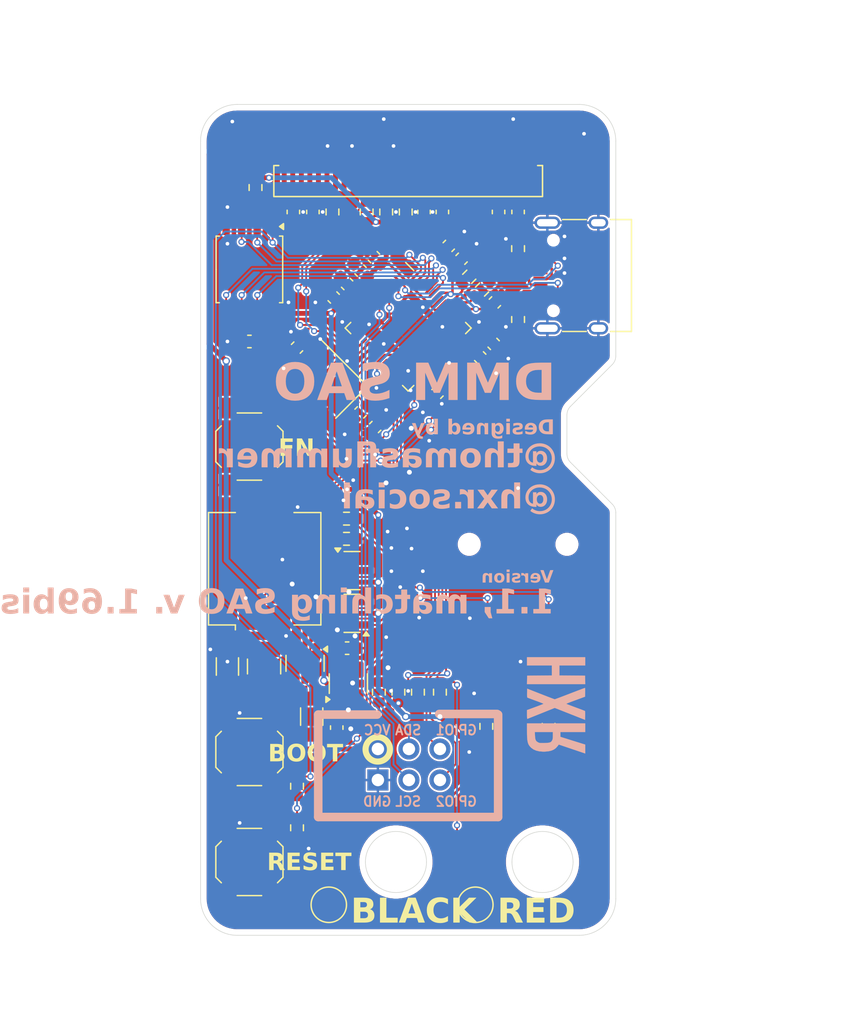
<source format=kicad_pcb>
(kicad_pcb (version 20241030) (generator "pcbnew") (generator_version "8.99")
  (title_block (title "DMM SAO") (date "2024-11-19") (rev "1.1") (company "HXR.DK") (comment 1 "CC-BY-SA"))
  (layers (0 "F.Cu" signal) (2 "B.Cu" signal) (13 "F.Paste" user) (15 "B.Paste" user) (5 "F.SilkS" user "F.Silkscreen") (7 "B.SilkS" user "B.Silkscreen") (1 "F.Mask" user) (3 "B.Mask" user) (25 "Edge.Cuts" user))
  (net 0 "")
  (net 1 "Net-(OLEDM1-CAP2N)")
  (net 2 "Net-(OLEDM1-CAP2P)")
  (net 3 "Net-(OLEDM1-CAP1N)")
  (net 4 "Net-(OLEDM1-CAP1P)")
  (net 5 "VCC")
  (net 6 "Net-(OLEDM1-BS0)")
  (net 7 "Net-(OLEDM1-VCC)")
  (net 8 "GND")
  (net 9 "Net-(OLEDM1-RES#)")
  (net 10 "Net-(OLEDM1-VCOMH)")
  (net 11 "USB_BUS_POWER")
  (net 12 "SAO_VIN")
  (net 13 "/PSU/VREG_OUT")
  (net 14 "/PSU/BOOST_OUT")
  (net 15 "+1V1")
  (net 16 "Net-(U4-XIN)")
  (net 17 "Net-(U4-XOUT)")
  (net 18 "/RP2040/USB_D-")
  (net 19 "Net-(J3-CC2)")
  (net 20 "Net-(J3-CC1)")
  (net 21 "/RP2040/SBU1")
  (net 22 "/RP2040/SBU2")
  (net 23 "/RP2040/USB_D+")
  (net 24 "Net-(U2-LX)")
  (net 25 "I2C1_SDA")
  (net 26 "Net-(OLEDM1-IREF)")
  (net 28 "I2C1_SCL")
  (net 31 "Net-(Q2-G)")
  (net 32 "/DMM Measure/MEASURE_RES")
  (net 33 "/DMM Measure/MEASURE_VIN")
  (net 34 "/RP2040/~{BOOT}")
  (net 35 "/RP2040/QSPI-~{CS}")
  (net 36 "/RP2040/D-")
  (net 37 "/RP2040/D+")
  (net 38 "/RP2040/~{RESET}")
  (net 39 "BTN_FN")
  (net 40 "ENC_A")
  (net 41 "ENC_B")
  (net 43 "/RP2040/QSPI-2")
  (net 44 "/RP2040/QSPI-3")
  (net 45 "/RP2040/QSPI-0")
  (net 46 "/RP2040/QSPI-1")
  (net 47 "/RP2040/QSPI-CLK")
  (net 48 "SAO_GPIO2")
  (net 49 "/RP2040/SPI_CIPO{slash}G4")
  (net 50 "/RP2040/SWDIO")
  (net 51 "/RP2040/G3")
  (net 53 "/RP2040/PWM0")
  (net 54 "I2C0_SDA")
  (net 55 "SAO_GPIO1")
  (net 56 "/RP2040/CTS1{slash}AUD_LRCLK")
  (net 57 "/RP2040/SPI_SCK{slash}G6")
  (net 58 "I2C0_SCL")
  (net 59 "/RP2040/SPI_~{CS1}{slash}SDIO_DAT3{slash}RX2")
  (net 60 "/RP2040/SDIO_DAT1{slash}AUD_IN")
  (net 61 "/RP2040/SPI_COPI{slash}G7")
  (net 62 "/RP2040/SWDCLK")
  (net 63 "/RP2040/SPI_~{CS}{slash}G5")
  (net 64 "/RP2040/SPI_CIPO1{slash}SDIO_DAT0")
  (net 65 "/RP2040/I2C_~{INT}{slash}TX2")
  (net 66 "/RP2040/D1")
  (net 67 "/RP2040/D0")
  (net 68 "/RP2040/SDIO_DAT2{slash}AUD_OUT")
  (net 69 "/RP2040/PWM1{slash}AUD_MCLK")
  (net 70 "/RP2040/RTS1{slash}AUD_BCLK")
  (footprint "Resistor_SMD:R_0603_1608Metric" (layer "F.Cu") (at 98.2 74.8 90)
    (property "Reference" "R7" (hide yes))
    (property "Value" "10K")
  )
  (footprint "Capacitor_SMD:C_0603_1608Metric" (layer "F.Cu") (at 102.4 89.6 -135)
    (property "Reference" "C14" (hide yes))
    (property "Value" "100nF")
  )
  (footprint "Capacitor_SMD:C_0603_1608Metric" (layer "F.Cu") (at 96.1 91.2 45)
    (property "Reference" "C22" (hide yes))
    (property "Value" "30pF")
  )
  (footprint "Capacitor_SMD:C_0603_1608Metric" (layer "F.Cu") (at 104.373008 78.626992 45)
    (property "Reference" "C18" (hide yes))
    (property "Value" "2.2uF")
  )
  (footprint "Capacitor_SMD:C_0603_1608Metric" (layer "F.Cu") (at 87 85.4 180)
    (property "Reference" "C13" (hide yes))
    (property "Value" "100nF")
  )
  (footprint "Aesthetics:Case" (layer "F.Cu") (at 81.5 64.5)
    (property "Reference" "FRONT")
    (property "Value" "Case")
  )
  (footprint "Resistor_SMD:R_0603_1608Metric" (layer "F.Cu") (at 102.6 114.1 90)
    (property "Reference" "R1" (hide yes))
    (property "Value" "100R")
  )
  (footprint "Capacitor_SMD:C_0603_1608Metric" (layer "F.Cu") (at 94.15 117 -90)
    (property "Reference" "C7" (hide yes))
    (property "Value" "1uF")
  )
  (footprint "Package_TO_SOT_SMD:SOT-23" (layer "F.Cu") (at 95.4 104.150003)
    (property "Reference" "Q2" (hide yes))
    (property "Value" "CJ2305")
  )
  (footprint "Button_Switch_SMD:SW_SPST_TL3342" (layer "F.Cu") (at 87 94 90)
    (property "Reference" "SW1" (hide yes))
    (property "Value" "TS5220A")
  )
  (footprint "Resistor_SMD:R_0603_1608Metric" (layer "F.Cu") (at 94.95 99.9 180)
    (property "Reference" "R9" (hide yes))
    (property "Value" "4.7k")
  )
  (footprint "Capacitor_SMD:C_1206_3216Metric" (layer "F.Cu") (at 85.2 112 90)
    (property "Reference" "C8" (hide yes))
    (property "Value" "100uF")
  )
  (footprint "Capacitor_SMD:C_1206_3216Metric" (layer "F.Cu") (at 92.1 116.1 -90)
    (property "Reference" "C10" (hide yes))
    (property "Value" "100uF")
  )
  (footprint "Resistor_SMD:R_0603_1608Metric" (layer "F.Cu") (at 99.2 114.1 -90)
    (property "Reference" "R3" (hide yes))
    (property "Value" "3K3")
  )
  (footprint "Package_TO_SOT_SMD:SOT-23-5" (layer "F.Cu") (at 95.1 113.4 90)
    (property "Reference" "U1" (hide yes))
    (property "Value" "HX9193-33GB")
  )
  (footprint "Capacitor_SMD:C_0603_1608Metric" (layer "F.Cu") (at 93.9 81.8 135)
    (property "Reference" "C17" (hide yes))
    (property "Value" "100nF")
  )
  (footprint "Resistor_SMD:R_0603_1608Metric" (layer "F.Cu") (at 87.5 72.8 -90)
    (property "Reference" "R17" (hide yes))
    (property "Value" "10k")
  )
  (footprint "Resistor_SMD:R_0603_1608Metric" (layer "F.Cu") (at 94.95 101.55)
    (property "Reference" "R10" (hide yes))
    (property "Value" "6.8k")
  )
  (footprint "Resistor_SMD:R_0603_1608Metric" (layer "F.Cu") (at 96.6 74.8 90)
    (property "Reference" "R6" (hide yes))
    (property "Value" "10K")
  )
  (footprint "Resistor_SMD:R_0603_1608Metric" (layer "F.Cu") (at 105 80.1 -135)
    (property "Reference" "R15" (hide yes))
    (property "Value" "27R")
  )
  (footprint "Buzzer_Beeper:Buzzer_CUI_CPT-9019S-SMT" (layer "F.Cu") (at 88.25 104 90)
    (property "Reference" "LS1" (hide yes))
    (property "Value" "OWPB-909018S-40-03")
  )
  (footprint "Capacitor_SMD:C_0603_1608Metric" (layer "F.Cu") (at 90.9 85.9 -135)
    (property "Reference" "C21" (hide yes))
    (property "Value" "30pF")
  )
  (footprint "Capacitor_SMD:C_0603_1608Metric" (layer "F.Cu") (at 107.1 82.2 45)
    (property "Reference" "C20" (hide yes))
    (property "Value" "100nF")
  )
  (footprint "Inductor_SMD:L_1210_3225Metric" (layer "F.Cu") (at 88.2 112 90)
    (property "Reference" "L1" (hide yes))
    (property "Value" "47uH")
  )
  (footprint "Resistor_SMD:R_0603_1608Metric" (layer "F.Cu") (at 106.05 81.15 -135)
    (property "Reference" "R14" (hide yes))
    (property "Value" "27R")
  )
  (footprint "Resistor_SMD:R_0603_1608Metric" (layer "F.Cu") (at 97.6 114.1 90)
    (property "Reference" "R2" (hide yes))
    (property "Value" "10K")
  )
  (footprint "Resistor_SMD:R_0603_1608Metric" (layer "F.Cu") (at 90.9 125.2 90)
    (property "Reference" "R16" (hide yes))
    (property "Value" "10k")
  )
  (footprint "Resistor_SMD:R_0603_1608Metric" (layer "F.Cu") (at 100.8 114.1 -90)
    (property "Reference" "R4" (hide yes))
    (property "Value" "4K7")
  )
  (footprint "Resistor_SMD:R_0603_1608Metric" (layer "F.Cu") (at 99.8 74.8 90)
    (property "Reference" "R5" (hide yes))
    (property "Value" "10K")
  )
  (footprint "Resistor_SMD:R_0603_1608Metric" (layer "F.Cu") (at 111.5 116.9 -90)
    (property "Reference" "R19" (hide yes))
    (property "Value" "10K")
  )
  (footprint "TestPoint:TestPoint_Pad_D2.5mm" (layer "F.Cu") (at 93.5 131.5)
    (property "Reference" "J2" (hide yes))
    (property "Value" "BLK_GND")
  )
  (footprint "Package_SO:SOIC-8_5.23x5.23mm_P1.27mm" (layer "F.Cu") (at 87 79.5 -90)
    (property "Reference" "U3" (hide yes))
    (property "Value" "W25QXX128MBIT")
  )
  (footprint "Buttons:EVQ-VV" (layer "F.Cu") (at 109 102)
    (property "Reference" "SW2" (hide yes))
    (property "Value" "RotaryEncoder")
  )
  (footprint "badgelife_sao_v169bis:Badgelife-SAOv169-SAO-2x3" (layer "F.Cu") (at 100 120)
    (property "Reference" "X1" (hide yes))
    (property "Value" "Badgelife_sao_connector_v169bis")
  )
  (footprint "Capacitor_SMD:C_0603_1608Metric" (layer "F.Cu") (at 107 85.6 -45)
    (property "Reference" "C11" (hide yes))
    (property "Value" "2.2uF")
  )
  (footprint "Capacitor_SMD:C_0603_1608Metric" (layer "F.Cu") (at 109 74.8 90)
    (property "Reference" "C1" (hide yes))
    (property "Value" "1uF")
  )
  (footprint "TestPoint:TestPoint_Pad_D2.5mm" (layer "F.Cu") (at 105.5 131.5)
    (property "Reference" "J1" (hide yes))
    (property "Value" "RED_MEASURE")
  )
  (footprint "Capacitor_SMD:C_0603_1608Metric" (layer "F.Cu") (at 105.9 86.7 -45)
    (property "Reference" "C12" (hide yes))
    (property "Value" "100nF")
  )
  (footprint "Resistor_SMD:R_0603_1608Metric" (layer "F.Cu") (at 106.4 116.9 -90)
    (property "Reference" "R18" (hide yes))
    (property "Value" "10K")
  )
  (footprint "Capacitor_SMD:C_0603_1608Metric" (layer "F.Cu") (at 92.2 74.8 -90)
    (property "Reference" "C6" (hide yes))
    (property "Value" "10uF")
  )
  (footprint "Capacitor_SMD:C_0603_1608Metric" (layer "F.Cu") (at 96.1 79.6 135)
    (property "Reference" "C16" (hide yes))
    (property "Value" "100nF")
  )
  (footprint "Capacitor_SMD:C_0603_1608Metric" (layer "F.Cu") (at 97.2 78.5 135)
    (property "Reference" "C24" (hide yes))
    (property "Value" "100nF")
  )
  (footprint "Package_TO_SOT_SMD:SOT-23" (layer "F.Cu") (at 91.555 111.74 -90)
    (property "Reference" "U2" (hide yes))
    (property "Value" "QX2304")
  )
  (footprint "Resistor_SMD:R_0603_1608Metric" (layer "F.Cu") (at 93.8 74.8 -90)
    (property "Reference" "R8" (hide yes))
    (property "Value" "330K")
  )
  (footprint "Resistor_SMD:R_0603_1608Metric" (layer "F.Cu") (at 109 77.8 -90)
    (property "Reference" "R12" (hide yes))
    (property "Value" "5.1k")
  )
  (footprint "Capacitor_SMD:C_0603_1608Metric" (layer "F.Cu") (at 101.3 74.8 90)
    (property "Reference" "C5" (hide yes))
    (property "Value" "100nF")
  )
  (footprint "Capacitor_SMD:C_0603_1608Metric" (layer "F.Cu") (at 102.8 74.8 90)
    (property "Reference" "C3" (hide yes))
    (property "Value" "1uF")
  )
  (footprint "Package_DFN_QFN_Extra:QFN-56_EP_7x7_Pitch0.4mm" (layer "F.Cu") (at 100 84.3 -45)
    (property "Reference" "U4" (hide yes))
    (property "Value" "RP2040")
  )
  (footprint "Button_Switch_SMD:SW_SPST_TL3342" (layer "F.Cu") (at 87 119 90)
    (property "Reference" "SW4" (hide yes))
    (property "Value" "TS5220A")
  )
  (footprint "Resistor_SMD:R_0603_1608Metric" (layer "F.Cu") (at 109 83.6 90)
    (property "Reference" "R11" (hide yes))
    (property "Value" "5.1k")
  )
  (footprint "Capacitor_SMD:C_0603_1608Metric" (layer "F.Cu") (at 97.3 92.4 -135)
    (property "Reference" "C15" (hide yes))
    (property "Value" "100nF")
  )
  (footprint "Capacitor_SMD:C_0603_1608Metric" (layer "F.Cu") (at 90.6 74.8 -90)
    (property "Reference" "C4" (hide yes))
    (property "Value" "2.2uF")
  )
  (footprint "Connector_USB:USB_C_Receptacle_XKB_U262-16XN-4BVC11" (layer "F.Cu") (at 114.5 80 90)
    (property "Reference" "J3" (hide yes))
    (property "Value" "USB_C")
  )
  (footprint "Resistor_SMD:R_0603_1608Metric" (layer "F.Cu") (at 90.9 121.8 90)
    (property "Reference" "R13" (hide yes))
    (property "Value" "1k")
  )
  (footprint "Opto:IROP055-SSD1306Z-PADS-ONLY" (layer "F.Cu") (at 100 71 180)
    (property "Reference" "OLEDM1" (hide yes))
    (property "Value" "SSD1306")
  )
  (footprint "Package_TO_SOT_SMD:SOT-23" (layer "F.Cu") (at 95.4 107.65 180)
    (property "Reference" "Q1" (hide yes))
    (property "Value" "CJ2302")
  )
  (footprint "Capacitor_SMD:C_0603_1608Metric" (layer "F.Cu") (at 103.323008 77.576992 45)
    (property "Reference" "C19" (hide yes))
    (property "Value" "100nF")
  )
  (footprint "Capacitor_SMD:C_0603_1608Metric" (layer "F.Cu") (at 95 110.5)
    (property "Reference" "C9" (hide yes))
    (property "Value" "1uF")
  )
  (footprint "Button_Switch_SMD:SW_SPST_TL3342" (layer "F.Cu") (at 87 128 90)
    (property "Reference" "SW3" (hide yes))
    (property "Value" "TS5220A")
  )
  (footprint "Crystal:Crystal_SMD_5032-4Pin_5.0x3.2mm" (layer "F.Cu") (at 93.5 88.5 135)
    (property "Reference" "Y1" (hide yes))
    (property "Value" "12MHz, 20pF")
  )
  (footprint "Capacitor_SMD:C_0603_1608Metric" (layer "F.Cu") (at 95 80.7 135)
    (property "Reference" "C23" (hide yes))
    (property "Value" "2.2uF")
  )
  (footprint "Aesthetics:Case" (layer "F.Cu") (at 83 66)
    (property "Reference" "SCREEN_SUPPORT")
    (property "Value" "Case")
  )
  (footprint "Capacitor_SMD:C_0603_1608Metric" (layer "F.Cu") (at 107.4 74.8 90)
    (property "Reference" "C2" (hide yes))
    (property "Value" "1uF")
  )
  (footprint "Aesthetics:HXR_logo_small" (layer "B.Cu") (at 112.1 117.9 -90)
    (property "Reference" "G***" (hide yes))
    (property "Value" "LOGO" (hide yes))
  )
  (gr_arc (start 117 86.585786) (mid 116.923884 86.968472) (end 116.707107 87.292893) (stroke (width 0.05)) (layer "Edge.Cuts"))
  (gr_line (start 117 99.414214) (end 117 131) (stroke (width 0.05)) (layer "Edge.Cuts"))
  (gr_arc (start 83 69) (mid 83.87868 66.87868) (end 86 66) (stroke (width 0.05)) (layer "Edge.Cuts"))
  (gr_arc (start 113.5 128) (mid 111 130.499999) (end 108.5 128) (stroke (width 0.05)) (layer "Edge.Cuts"))
  (gr_arc (start 117 131) (mid 116.12132 133.12132) (end 114 134) (stroke (width 0.05)) (layer "Edge.Cuts"))
  (gr_line (start 113.292893 90.707107) (end 116.707107 87.292893) (stroke (width 0.05)) (layer "Edge.Cuts"))
  (gr_arc (start 108.5 128) (mid 111 125.5) (end 113.5 128) (stroke (width 0.05)) (layer "Edge.Cuts"))
  (gr_line (start 114 134) (end 86 134) (stroke (width 0.05)) (layer "Edge.Cuts"))
  (gr_line (start 86 66) (end 114 66) (stroke (width 0.05)) (layer "Edge.Cuts"))
  (gr_arc (start 86 134) (mid 83.87868 133.12132) (end 83 131) (stroke (width 0.05)) (layer "Edge.Cuts"))
  (gr_arc (start 96.5 128) (mid 99 125.5) (end 101.5 128) (stroke (width 0.05)) (layer "Edge.Cuts"))
  (gr_arc (start 114 66) (mid 116.12132 66.87868) (end 117 69) (stroke (width 0.05)) (layer "Edge.Cuts"))
  (gr_arc (start 101.5 128) (mid 99 130.499999) (end 96.5 128) (stroke (width 0.05)) (layer "Edge.Cuts"))
  (gr_arc (start 113 91.414214) (mid 113.076116 91.031528) (end 113.292893 90.707107) (stroke (width 0.05)) (layer "Edge.Cuts"))
  (gr_line (start 113 94.585786) (end 113 91.414214) (stroke (width 0.05)) (layer "Edge.Cuts"))
  (gr_line (start 116.707107 98.707107) (end 113.292893 95.292893) (stroke (width 0.05)) (layer "Edge.Cuts"))
  (gr_line (start 83 131) (end 83 69) (stroke (width 0.05)) (layer "Edge.Cuts"))
  (gr_line (start 117 86.585786) (end 117 69) (stroke (width 0.05)) (layer "Edge.Cuts"))
  (gr_arc (start 116.707107 98.707107) (mid 116.923875 99.031531) (end 117 99.414214) (stroke (width 0.05)) (layer "Edge.Cuts"))
  (gr_arc (start 113.292893 95.292893) (mid 113.076125 94.968469) (end 113 94.585786) (stroke (width 0.05)) (layer "Edge.Cuts"))
  (gr_text "BOOT" (at 91.6 120 0) (layer "F.SilkS") (effects (font (size 1.4 1.4) (thickness 0.28) (bold yes)) (justify bottom)))
  (gr_text "RESET" (at 91.9 128.9 0) (layer "F.SilkS") (effects (font (size 1.4 1.4) (thickness 0.28) (bold yes)) (justify bottom)))
  (gr_text "BLACK" (at 95.3 133.3 0) (layer "F.SilkS") (effects (font (size 2 2) (thickness 0.4) (bold yes)) (justify left bottom)))
  (gr_text "RED" (at 107.3 133.3 0) (layer "F.SilkS") (effects (font (size 2 2) (thickness 0.4) (bold yes)) (justify left bottom)))
  (gr_text "FN" (at 90.859997 95 0) (layer "F.SilkS") (effects (font (size 1.4 1.4) (thickness 0.28) (bold yes)) (justify bottom)))
  (gr_text "@thomasflummer\n@hxr.social" (at 112.2 99.4 0) (layer "B.SilkS") (effects (font (size 2 2) (thickness 0.2) (bold yes)) (justify left bottom mirror)))
  (gr_text "Version" (at 111.9 105.3 0) (layer "B.SilkS") (effects (font (size 1 1) (thickness 0.2) (bold yes)) (justify left bottom mirror)))
  (gr_text "Designed by" (at 112 93.2 0) (layer "B.SilkS") (effects (font (size 1.2 1.2) (thickness 0.2) (bold yes)) (justify left bottom mirror)))
  (gr_text "1.1, matching SAO v. 1.69bis" (at 112 108 0) (layer "B.SilkS") (effects (font (size 2 2) (thickness 0.2) (bold yes)) (justify left bottom mirror)))
  (gr_text "DMM SAO" (at 112.1 90.7 0) (layer "B.SilkS") (effects (font (size 3 3) (thickness 0.6) (bold yes)) (justify left bottom mirror)))
  (segment (start 108.75 71.7) (end 108.75 73.25) (width 0.2) (layer "F.Cu") (net 1))
  (segment (start 109 73.5) (end 109 74.024999) (width 0.2) (layer "F.Cu") (net 1))
  (segment (start 108.75 73.25) (end 109 73.5) (width 0.2) (layer "F.Cu") (net 1))
  (segment (start 109.8 73.5) (end 109.8 74.775001) (width 0.2) (layer "F.Cu") (net 2))
  (segment (start 109.8 74.775001) (end 109 75.575001) (width 0.2) (layer "F.Cu") (net 2))
  (segment (start 109.45 73.15) (end 109.8 73.5) (width 0.2) (layer "F.Cu") (net 2))
  (segment (start 109.45 71.7) (end 109.45 73.15) (width 0.2) (layer "F.Cu") (net 2))
  (segment (start 107.35 71.7) (end 107.35 73.974999) (width 0.2) (layer "F.Cu") (net 3))
  (segment (start 107.35 73.974999) (end 107.4 74.024999) (width 0.2) (layer "F.Cu") (net 3))
  (segment (start 108.05 73.35) (end 108.2 73.5) (width 0.2) (layer "F.Cu") (net 4))
  (segment (start 108.2 73.5) (end 108.2 74.775001) (width 0.2) (layer "F.Cu") (net 4))
  (segment (start 108.05 71.7) (end 108.05 73.35) (width 0.2) (layer "F.Cu") (net 4))
  (segment (start 108.2 74.775001) (end 107.4 75.575001) (width 0.2) (layer "F.Cu") (net 4))
  (segment (start 101.996323 82.586522) (end 102.572102 82.010743) (width 0.2) (layer "F.Cu") (net 5))
  (segment (start 102.3 88.403984) (end 102.948008 89.051992) (width 0.2) (layer "F.Cu") (net 5))
  (segment (start 96.7 89.5) (end 97.6 90.4) (width 0.2) (layer "F.Cu") (net 5))
  (segment (start 100.475 76.3) (end 99.8 75.625) (width 0.2) (layer "F.Cu") (net 5))
  (segment (start 103.525 74.850001) (end 102.8 75.575001) (width 0.2) (layer "F.Cu") (net 5))
  (segment (start 101.723573 87.437786) (end 102.3 88.014213) (width 0.2) (layer "F.Cu") (net 5))
  (segment (start 106.4 117.725) (end 104.225 117.725) (width 0.4) (layer "F.Cu") (net 5))
  (segment (start 97.710743 86.8721) (end 96.7 87.882843) (width 0.2) (layer "F.Cu") (net 5))
  (segment (start 103.2 123) (end 106.4 119.8) (width 0.2) (layer "F.Cu") (net 5))
  (segment (start 103.588478 84.211522) (end 101.05 86.75) (width 0.2) (layer "F.Cu") (net 5))
  (segment (start 102.448528 82.701472) (end 102.263478 82.886522) (width 0.2) (layer "F.Cu") (net 5))
  (segment (start 98.2 75.625) (end 96.6 75.625) (width 0.4) (layer "F.Cu") (net 5))
  (segment (start 103.149998 73.222011) (end 103.525 73.597013) (width 0.2) (layer "F.Cu") (net 5))
  (segment (start 103.363478 83.986522) (end 103.424749 83.986522) (width 0.2) (layer "F.Cu") (net 5))
  (segment (start 99.2 114.925) (end 99.2 115) (width 0.4) (layer "F.Cu") (net 5))
  (segment (start 102.075001 76.3) (end 100.475 76.3) (width 0.2) (layer "F.Cu") (net 5))
  (segment (start 98.7 86.5) (end 98.082843 86.5) (width 0.2) (layer "F.Cu") (net 5))
  (segment (start 95.548008 81.262221) (end 95.548008 81.248008) (width 0.2) (layer "F.Cu") (net 5))
  (segment (start 97.6 91.603984) (end 97.848008 91.851992) (width 0.2) (layer "F.Cu") (net 5))
  (segment (start 99.2 115) (end 99.2 115.5) (width 0.4) (layer "F.Cu") (net 5))
  (segment (start 97.748008 79.048008) (end 98.2 78.596016) (width 0.4) (layer "F.Cu") (net 5))
  (segment (start 87.775001 85.4) (end 88.5 85.4) (width 0.4) (layer "F.Cu") (net 5))
  (segment (start 106.4 119.8) (end 106.4 117.725) (width 0.2) (layer "F.Cu") (net 5))
  (segment (start 97.6 90.4) (end 97.6 91.603984) (width 0.2) (layer "F.Cu") (net 5))
  (segment (start 99.407797 80.030841) (end 98.424964 79.048008) (width 0.2) (layer "F.Cu") (net 5))
  (segment (start 102.3 88.014213) (end 102.3 88.403984) (width 0.2) (layer "F.Cu") (net 5))
  (segment (start 102.8 75.575001) (end 102.075001 76.3) (width 0.2) (layer "F.Cu") (net 5))
  (segment (start 87.525 72) (end 87.5 71.975) (width 0.4) (layer "F.Cu") (net 5))
  (segment (start 88.904999 83.100001) (end 93.696015 83.100001) (width 0.4) (layer "F.Cu") (net 5))
  (segment (start 94.462499 105.100002) (end 97.549998 105.100002) (width 0.4) (layer "F.Cu") (net 5))
  (segment (start 103.799999 84.423043) (end 103.8 84.423043) (width 0.2) (layer "F.Cu") (net 5))
  (segment (start 104.6 73.6) (end 103.527987 73.6) (width 0.2) (layer "F.Cu") (net 5))
  (segment (start 98.2 78.596016) (end 98.2 75.625) (width 0.4) (layer "F.Cu") (net 5))
  (segment (start 103.688478 84.311522) (end 103.688478 84.288478) (width 0.2) (layer "F.Cu") (net 5))
  (segment (start 103.424749 83.986522) (end 103.986315 83.424956) (width 0.2) (layer "F.Cu") (net 5))
  (segment (start 88.904999 84.995001) (end 88.904999 83.100001) (width 0.4) (layer "F.Cu") (net 5))
  (segment (start 98.424964 79.048008) (end 97.748008 79.048008) (width 0.2) (layer "F.Cu") (net 5))
  (segment (start 104.550002 71.700002) (end 104.550002 73.550002) (width 0.2) (layer "F.Cu") (net 5))
  (segment (start 102.263478 82.886522) (end 103.363478 83.986522) (width 0.2) (layer "F.Cu") (net 5))
  (segment (start 94.448008 82.348008) (end 95.548008 81.248008) (width 0.4) (layer "F.Cu") (net 5))
  (segment (start 103.688478 84.311522) (end 103.799999 84.423043) (width 0.2) (layer "F.Cu") (net 5))
  (segment (start 98.2 75.625) (end 99.8 75.625) (width 0.4) (layer "F.Cu") (net 5))
  (segment (start 103.525 73.597013) (end 103.525 74.850001) (width 0.2) (layer "F.Cu") (net 5))
  (segment (start 96.862214 82.576427) (end 95.548008 81.262221) (width 0.2) (layer "F.Cu") (net 5))
  (segment (start 102.854944 82.293584) (end 102.448528 82.7) (width 0.2) (layer "F.Cu") (net 5))
  (segment (start 104.26916 84.892203) (end 105.351992 85.975035) (width 0.2) (layer "F.Cu") (net 5))
  (segment (start 96.648008 80.148008) (end 97.748008 79.048008) (width 0.4) (layer "F.Cu") (net 5))
  (segment (start 101.05 86.764213) (end 101.05 86.75) (width 0.2) (layer "F.Cu") (net 5))
  (segment (start 97.549998 105.100002) (end 97.55 105.1) (width 0.4) (layer "F.Cu") (net 5))
  (segment (start 106.650002 73.249998) (end 106.3 73.6) (width 0.2) (layer "F.Cu") (net 5))
  (segment (start 97.55 99.6) (end 95.45 97.5) (width 0.4) (layer "F.Cu") (net 5))
  (segment (start 103.363478 83.986522) (end 103.688478 84.311522) (width 0.2) (layer "F.Cu") (net 5))
  (segment (start 90.9 126.025) (end 91.675 126.025) (width 0.2) (layer "F.Cu") (net 5))
  (segment (start 99.407797 80.030841) (end 101.963478 82.586522) (width 0.2) (layer "F.Cu") (net 5))
  (segment (start 100.6 87.2) (end 99.4 87.2) (width 0.2) (layer "F.Cu") (net 5))
  (segment (start 103.688478 84.288478) (end 104.269159 83.707797) (width 0.2) (layer "F.Cu") (net 5))
  (segment (start 98.082843 86.5) (end 97.710743 86.8721) (width 0.2) (layer "F.Cu") (net 5))
  (segment (start 101.963478 82.586522) (end 102.263478 82.886522) (width 0.2) (layer "F.Cu") (net 5))
  (segment (start 101.723573 87.437786) (end 101.05 86.764213) (width 0.2) (layer "F.Cu") (net 5))
  (segment (start 111.5 117.725) (end 106.4 117.725) (width 0.4) (layer "F.Cu") (net 5))
  (segment (start 104.225 117.725) (end 102.6 116.1) (width 0.4) (layer "F.Cu") (net 5))
  (segment (start 94.4625 107.65) (end 97.55 107.65) (width 0.4) (layer "F.Cu") (net 5))
  (segment (start 102.448528 82.7) (end 102.448528 82.701472) (width 0.2) (layer "F.Cu") (net 5))
  (segment (start 91.675 126.025) (end 94.7 123) (width 0.2) (layer "F.Cu") (net 5))
  (segment (start 106.650002 71.700001) (end 106.650002 73.249998) (width 0.2) (layer "F.Cu") (net 5))
  (segment (start 106.3 73.6) (end 104.6 73.6) (width 0.2) (layer "F.Cu") (net 5))
  (segment (start 103.8 84.423043) (end 104.26916 84.892203) (width 0.2) (layer "F.Cu") (net 5))
  (segment (start 88.6 72) (end 87.525 72) (width 0.4) (layer "F.Cu") (net 5))
  (segment (start 105.351992 86.151992) (end 106.451992 85.051992) (width 0.2) (layer "F.Cu") (net 5))
  (segment (start 88.5 85.4) (end 88.904999 84.995001) (width 0.4) (layer "F.Cu") (net 5))
  (segment (start 95.45 97.5) (end 95 97.5) (width 0.4) (layer "F.Cu") (net 5))
  (segment (start 101.963478 82.586522) (end 101.996323 82.586522) (width 0.2) (layer "F.Cu") (net 5))
  (segment (start 103.527987 73.6) (end 103.525 73.597013) (width 0.2) (layer "F.Cu") (net 5))
  (segment (start 99.4 87.2) (end 98.7 86.5) (width 0.2) (layer "F.Cu") (net 5))
  (segment (start 102.6 116.1) (end 102.6 114.925) (width 0.4) (layer "F.Cu") (net 5))
  (segment (start 96.648008 80.148008) (end 95.548008 81.248008) (width 0.4) (layer "F.Cu") (net 5))
  (segment (start 105.351992 85.975035) (end 105.351992 86.151992) (width 0.2) (layer "F.Cu") (net 5))
  (segment (start 104.550002 73.550002) (end 104.6 73.6) (width 0.2) (layer "F.Cu") (net 5))
  (segment (start 99.2 115.5) (end 99.8 116.1) (width 0.4) (layer "F.Cu") (net 5))
  (segment (start 103.149998 71.700001) (end 103.149998 73.222011) (width 0.2) (layer "F.Cu") (net 5))
  (segment (start 94.7 123) (end 103.2 123) (width 0.2) (layer "F.Cu") (net 5))
  (segment (start 96.7 87.882843) (end 96.7 89.5) (width 0.2) (layer "F.Cu") (net 5))
  (segment (start 93.696015 83.100001) (end 94.448008 82.348008) (width 0.4) (layer "F.Cu") (net 5))
  (segment (start 101.05 86.75) (end 100.6 87.2) (width 0.2) (layer "F.Cu") (net 5))
  (via (at 88.6 72) (size 0.5) (drill 0.3) (layers "F.Cu" "B.Cu") (net 5))
  (via (at 93.696015 83.100001) (size 0.5) (drill 0.3) (layers "F.Cu" "B.Cu") (net 5))
  (via (at 97.55 105.1) (size 0.6) (drill 0.4) (layers "F.Cu" "B.Cu") (net 5))
  (via (at 99.2 115) (size 0.5) (drill 0.3) (layers "F.Cu" "B.Cu") (net 5))
  (via (at 97.55 107.65) (size 0.6) (drill 0.4) (layers "F.Cu" "B.Cu") (net 5))
  (via (at 95 97.5) (size 0.5) (drill 0.3) (layers "F.Cu" "B.Cu") (net 5))
  (via (at 97.35 75.625) (size 0.5) (drill 0.3) (layers "F.Cu" "B.Cu") (net 5))
  (via (at 99.8 116.1) (size 0.6) (drill 0.4) (layers "F.Cu" "B.Cu") (net 5))
  (via (at 102.6 116.1) (size 0.6) (drill 0.4) (layers "F.Cu" "B.Cu") (net 5))
  (via (at 97.55 99.6) (size 0.5) (drill 0.3) (layers "F.Cu" "B.Cu") (net 5))
  (segment (start 93.696015 83.100001) (end 93.696015 96.196015) (width 0.4) (layer "B.Cu") (net 5))
  (segment (start 93.725 72) (end 88.6 72) (width 0.4) (layer "B.Cu") (net 5))
  (segment (start 97.55 105.1) (end 97.55 99.6) (width 0.4) (layer "B.Cu") (net 5))
  (segment (start 97.35 75.625) (end 93.725 72) (width 0.4) (layer "B.Cu") (net 5))
  (segment (start 93.696015 96.196015) (end 95 97.5) (width 0.4) (layer "B.Cu") (net 5))
  (segment (start 97.55 107.65) (end 97.55 105.1) (width 0.4) (layer "B.Cu") (net 5))
  (segment (start 97.55 113.85) (end 97.55 107.65) (width 0.4) (layer "B.Cu") (net 5))
  (segment (start 99.8 116.1) (end 97.55 113.85) (width 0.4) (layer "B.Cu") (net 5))
  (segment (start 99.8 116.1) (end 102.6 116.1) (width 0.4) (layer "B.Cu") (net 5))
  (segment (start 102.8 73.5) (end 102.8 74.024999) (width 0.2) (layer "F.Cu") (net 6))
  (segment (start 104.199996 69.9) (end 103.849998 70.249998) (width 0.2) (layer "F.Cu") (net 6))
  (segment (start 102.780001 69.9) (end 103.5 69.9) (width 0.2) (layer "F.Cu") (net 6))
  (segment (start 105.249998 71.699998) (end 105.249998 70.279998) (width 0.2) (layer "F.Cu") (net 6))
  (segment (start 102.450001 73.150001) (end 102.8 73.5) (width 0.2) (layer "F.Cu") (net 6))
  (segment (start 104.87 69.9) (end 104.199996 69.9) (width 0.2) (layer "F.Cu") (net 6))
  (segment (start 102.450001 70.23) (end 102.780001 69.9) (width 0.2) (layer "F.Cu") (net 6))
  (segment (start 103.5 69.9) (end 103.849998 70.249998) (width 0.2) (layer "F.Cu") (net 6))
  (segment (start 102.450001 71.7) (end 102.450001 70.23) (width 0.2) (layer "F.Cu") (net 6))
  (segment (start 103.849998 70.249998) (end 103.849998 71.7) (width 0.2) (layer "F.Cu") (net 6))
  (segment (start 105.249998 70.279998) (end 104.87 69.9) (width 0.2) (layer "F.Cu") (net 6))
  (segment (start 102.450001 71.7) (end 102.450001 73.150001) (width 0.2) (layer "F.Cu") (net 6))
  (segment (start 91.25 71.7) (end 91.25 73.1125) (width 0.2) (layer "F.Cu") (net 7))
  (segment (start 90.6 73.7625) (end 90.6 74.024999) (width 0.2) (layer "F.Cu") (net 7))
  (segment (start 91.25 73.1125) (end 90.6 73.7625) (width 0.2) (layer "F.Cu") (net 7))
  (via (at 95.65 109.5) (size 0.6) (drill 0.4) (layers "F.Cu" "B.Cu") (net 8))
  (via (at 102.75 90.5) (size 0.5) (drill 0.3) (layers "F.Cu" "B.Cu") (net 8))
  (via (at 85.2 77.4) (size 0.5) (drill 0.3) (layers "F.Cu" "B.Cu") (net 8))
  (via (at 90 109.5) (size 0.5) (drill 0.3) (layers "F.Cu" "B.Cu") (net 8))
  (via (at 91.85 126.9) (size 0.5) (drill 0.3) (layers "F.Cu" "B.Cu") (net 8))
  (via (at 98.625 104.2) (size 0.5) (drill 0.3) (layers "F.Cu" "B.Cu") (net 8))
  (via (at 85.2 74.4) (size 0.5) (drill 0.3) (layers "F.Cu" "B.Cu") (net 8))
  (via (at 101.2 104.2) (size 0.5) (drill 0.3) (layers "F.Cu" "B.Cu") (net 8))
  (via (at 98.189836 96.973338) (size 0.6) (drill 0.4) (layers "F.Cu" "B.Cu") (net 8))
  (via (at 105.8 83.8) (size 0.5) (drill 0.3) (layers "F.Cu" "B.Cu") (net 8))
  (via (at 86.2 124.8) (size 0.5) (drill 0.3) (layers "F.Cu" "B.Cu") (net 8))
  (via (at 94.95 95) (size 0.5) (drill 0.3) (layers "F.Cu" "B.Cu") (net 8))
  (via (at 86.2 115.8) (size 0.5) (drill 0.3) (layers "F.Cu" "B.Cu") (net 8))
  (via (at 100.9 108) (size 0.5) (drill 0.3) (layers "F.Cu" "B.Cu") (net 8))
  (via (at 98.316071 100.958333) (size 0.5) (drill 0.3) (layers "F.Cu" "B.Cu") (net 8))
  (via (at 92.8 85.2) (size 0.5) (drill 0.3) (layers "F.Cu" "B.Cu") (net 8))
  (via (at 93.4 69.4) (size 0.5) (drill 0.3) (layers "F.Cu" "B.Cu") (net 8))
  (via (at 99 74.8) (size 0.5) (drill 0.3) (layers "F.Cu" "B.Cu") (net 8))
  (via (at 99.9 100.7) (size 0.5) (drill 0.3) (layers "F.Cu" "B.Cu") (net 8))
  (via (at 104.6 76.4) (size 0.5) (drill 0.3) (layers "F.Cu" "B.Cu") (net 8))
  (via (at 105.4 114.2) (size 0.5) (drill 0.3) (layers "F.Cu" "B.Cu") (net 8))
  (via (at 94.2 109.001) (size 0.6) (drill 0.4) (layers "F.Cu" "B.Cu") (net 8))
  (via (at 98.2 91) (size 0.5) (drill 0.3) (layers "F.Cu" "B.Cu") (net 8))
  (via (at 101.2 82.6) (size 0.5) (drill 0.3) (layers "F.Cu" "B.Cu") (net 8))
  (via (at 105.6 77.4) (size 0.5) (drill 0.3) (layers "F.Cu" "B.Cu") (net 8))
  (via (at 109 97.4) (size 0.5) (drill 0.3) (layers "F.Cu" "B.Cu") (net 8))
  (via (at 99.35 105.5) (size 0.5) (drill 0.3) (layers "F.Cu" "B.Cu") (net 8))
  (via (at 93 74.8) (size 0.5) (drill 0.3) (layers "F.Cu" "B.Cu") (net 8))
  (via (at 83.8 110.6) (size 0.5) (drill 0.3) (layers "F.Cu" "B.Cu") (net 8))
  (via (at 108.6 67.2) (size 0.5) (drill 0.3) (layers "F.Cu" "B.Cu") (net 8))
  (via (at 90.95 98.95) (size 0.5) (drill 0.3) (layers "F.Cu" "B.Cu") (net 8))
  (via (at 95.15 105.9) (size 0.6) (drill 0.4) (layers "F.Cu" "B.Cu") (net 8))
  (via (at 85.6 67.4) (size 0.5) (drill 0.3) (layers "F.Cu" "B.Cu") (net 8))
  (via (at 95.5 96.75) (size 0.5) (drill 0.3) (layers "F.Cu" "B.Cu") (net 8))
  (via (at 94.7 98.4) (size 0.5) (drill 0.3) (layers "F.Cu" "B.Cu") (net 8))
  (via (at 100.275 102.35) (size 0.5) (drill 0.3) (layers "F.Cu" "B.Cu") (net 8))
  (via (at 105.05 108.05) (size 0.5) (drill 0.3) (layers "F.Cu" "B.Cu") (net 8))
  (via (at 94.6 83.8) (size 0.5) (drill 0.3) (layers "F.Cu" "B.Cu") (net 8))
  (via (at 103.35 87.15) (size 0.5) (drill 0.3) (layers "F.Cu" "B.Cu") (net 8))
  (via (at 95.4 69.4) (size 0.5) (drill 0.3) (layers "F.Cu" "B.Cu") (net 8))
  (via (at 102.8 84.2) (size 0.5) (drill 0.3) (layers "F.Cu" "B.Cu") (net 8))
  (via (at 94.8 93) (size 0.5) (drill 0.3) (layers "F.Cu" "B.Cu") (net 8))
  (via (at 86.7 106.4) (size 0.5) (drill 0.3) (layers "F.Cu" "B.Cu") (net 8))
  (via (at 90.2 82.2) (size 0.5) (drill 0.3) (layers "F.Cu" "B.Cu") (net 8))
  (via (at 100.6 74.8) (size 0.5) (drill 0.3) (layers "F.Cu" "B.Cu") (net 8))
  (via (at 100.1 96.1) (size 0.6) (drill 0.4) (layers "F.Cu" "B.Cu") (net 8))
  (via (at 98 67.2) (size 0.5) (drill 0.3) (layers "F.Cu" "B.Cu") (net 8))
  (via (at 91.4 74.8) (size 0.5) (drill 0.3) (layers "F.Cu" "B.Cu") (net 8))
  (via (at 90.5 105.25) (size 0.6) (drill 0.4) (layers "F.Cu" "B.Cu") (net 8))
  (via (at 102 74.8) (size 0.5) (drill 0.3) (layers "F.Cu" "B.Cu") (net 8))
  (via (at 85.2 111.6) (size 0.5) (drill 0.3) (layers "F.Cu" "B.Cu") (net 8))
  (via (at 108 84.2) (size 0.5) (drill 0.3) (layers "F.Cu" "B.Cu") (net 8))
  (via (at 92.4 82.2) (size 0.5) (drill 0.3) (layers "F.Cu" "B.Cu") (net 8))
  (via (at 101.2 91.2) (size 0.5) (drill 0.3) (layers "F.Cu" "B.Cu") (net 8))
  (via (at 98.35 112.1) (size 0.6) (drill 0.4) (layers "F.Cu" "B.Cu") (net 8))
  (via (at 112.8 76.8) (size 0.5) (drill 0.3) (layers "F.Cu" "B.Cu") (net 8))
  (via (at 90.4 84.6) (size 0.5) (drill 0.3) (layers "F.Cu" "B.Cu") (net 8))
  (via (at 95 87) (size 0.5) (drill 0.3) (layers "F.Cu" "B.Cu") (net 8))
  (via (at 100.25 92.5) (size 0.6) (drill 0.4) (layers "F.Cu" "B.Cu") (net 8))
  (via (at 107.2 88) (size 0.5) (drill 0.3) (layers "F.Cu" "B.Cu") (net 8))
  (via (at 112.8 78.6) (size 0.5) (drill 0.3) (layers "F.Cu" "B.Cu") (net 8))
  (via (at 96.8 84) (size 0.5) (drill 0.3) (layers "F.Cu" "B.Cu") (net 8))
  (via (at 89.8 87.6) (size 0.5) (drill 0.3) (layers "F.Cu" "B.Cu") (net 8))
  (via (at 95.45 113.35) (size 0.6) (drill 0.4) (layers "F.Cu" "B.Cu") (net 8))
  (via (at 112.8 79.8) (size 0.5) (drill 0.3) (layers "F.Cu" "B.Cu") (net 8))
  (via (at 92.45 106.3) (size 0.6) (drill 0.4) (layers "F.Cu" "B.Cu") (net 8))
  (via (at 101.722046 93.520418) (size 0.5) (drill 0.3) (layers "F.Cu" "B.Cu") (net 8))
  (via (at 98.6 114) (size 0.5) (drill 0.3) (layers "F.Cu" "B.Cu") (net 8))
  (via (at 100 114) (size 0.5) (drill 0.3) (layers "F.Cu" "B.Cu") (net 8))
  (via (at 98.8 69.4) (size 0.5) (drill 0.3) (layers "F.Cu" "B.Cu") (net 8))
  (via (at 98.625 102.3) (size 0.5) (drill 0.3) (layers "F.Cu" "B.Cu") (net 8))
  (via (at 114.4 68.4) (size 0.5) (drill 0.3) (layers "F.Cu" "B.Cu") (net 8))
  (via (at 108 77) (size 0.5) (drill 0.3) (layers "F.Cu" "B.Cu") (net 8))
  (via (at 109.2 111.6) (size 0.5) (drill 0.3) (layers "F.Cu" "B.Cu") (net 8))
  (via (at 100.2 89.4) (size 0.5) (drill 0.3) (layers "F.Cu" "B.Cu") (net 8))
  (via (at 95.1 115.55) (size 0.6) (drill 0.4) (layers "F.Cu" "B.Cu") (net 8))
  (via (at 97.4 89.2) (size 0.5) (drill 0.3) (layers "F.Cu" "B.Cu") (net 8))
  (via (at 89.7 103.25) (size 0.5) (drill 0.3) (layers "F.Cu" "B.Cu") (net 8))
  (via (at 100 87.8) (size 0.5) (drill 0.3) (layers "F.Cu" "B.Cu") (net 8))
  (via (at 105 119) (size 0.5) (drill 0.3) (layers "F.Cu" "B.Cu") (net 8))
  (via (at 108.2 86.8) (size 0.5) (drill 0.3) (layers "F.Cu" "B.Cu") (net 8))
  (via (at 98 85.6) (size 0.5) (drill 0.3) (layers "F.Cu" "B.Cu") (net 8))
  (via (at 95.3 117.1) (size 0.6) (drill 0.4) (layers "F.Cu" "B.Cu") (net 8))
  (via (at 98.2 109.6) (size 0.5) (drill 0.3) (layers "F.Cu" "B.Cu") (net 8))
  (via (at 85.2 85.4) (size 0.5) (drill 0.3) (layers "F.Cu" "B.Cu") (net 8))
  (segment (start 101.05 73.15) (end 101.3 73.4) (width 0.2) (layer "F.Cu") (net 9))
  (segment (start 101.05 71.699998) (end 101.05 73.15) (width 0.2) (layer "F.Cu") (net 9))
  (segment (start 99.8 73.975) (end 101.250001 73.975) (width 0.2) (layer "F.Cu") (net 9))
  (segment (start 101.3 73.4) (end 101.3 74.024999) (width 0.2) (layer "F.Cu") (net 9))
  (segment (start 101.250001 73.975) (end 101.3 74.024999) (width 0.2) (layer "F.Cu") (net 9))
  (segment (start 91.949998 71.7) (end 91.949998 73.249998) (width 0.2) (layer "F.Cu") (net 10))
  (segment (start 92.2 73.5) (end 92.2 74.024999) (width 0.2) (layer "F.Cu") (net 10))
  (segment (start 91.949998 73.249998) (end 92.2 73.5) (width 0.2) (layer "F.Cu") (net 10))
  (segment (start 95.074001 112.725999) (end 94.15 113.65) (width 0.15) (layer "F.Cu") (net 11))
  (segment (start 111.605001 82.250001) (end 113.7 80.155002) (width 0.2) (layer "F.Cu") (net 11))
  (segment (start 110.830001 82.250001) (end 111.605001 82.250001) (width 0.2) (layer "F.Cu") (net 11))
  (segment (start 113.7 77.8) (end 113.7 70.8) (width 0.4) (layer "F.Cu") (net 11))
  (segment (start 85.4 68.4) (end 83.7 70.1) (width 0.4) (layer "F.Cu") (net 11))
  (segment (start 95.074001 108.975999) (end 95.074001 112.725999) (width 0.15) (layer "F.Cu") (net 11))
  (segment (start 95.775 100.375) (end 95.775 99.9) (width 0.15) (layer "F.Cu") (net 11))
  (segment (start 113.7 70.8) (end 111.3 68.4) (width 0.4) (layer "F.Cu") (net 11))
  (segment (start 83.7 70.1) (end 83.7 85.6) (width 0.4) (layer "F.Cu") (net 11))
  (segment (start 94.15 113.65) (end 94.15 114.5375) (width 0.15) (layer "F.Cu") (net 11))
  (segment (start 113.685 77.785) (end 113.7 77.8) (width 0.2) (layer "F.Cu") (net 11))
  (segment (start 94.15 114.5375) (end 94.15 116.225001) (width 0.4) (layer "F.Cu") (net 11))
  (segment (start 96.05 115.75) (end 96.05 114.5375) (width 0.4) (layer "F.Cu") (net 11))
  (segment (start 96.337502 108.599997) (end 95.450003 108.599997) (width 0.15) (layer "F.Cu") (net 11))
  (segment (start 83.7 85.6) (end 85.1 87) (width 0.4) (layer "F.Cu") (net 11))
  (segment (start 110.829999 77.749999) (end 110.865 77.785) (width 0.2) (layer "F.Cu") (net 11))
  (segment (start 98.1 107.913173) (end 98.1 102.7) (width 0.15) (layer "F.Cu") (net 11))
  (segment (start 93.6875 114.5375) (end 94.15 114.5375) (width 0.4) (layer "F.Cu") (net 11))
  (segment (start 93.1 113.15) (end 93.5 113.55) (width 0.4) (layer "F.Cu") (net 11))
  (segment (start 95.450003 108.599997) (end 95.074001 108.975999) (width 0.15) (layer "F.Cu") (net 11))
  (segment (start 96.337502 108.599997) (end 97.413176 108.599997) (width 0.15) (layer "F.Cu") (net 11))
  (segment (start 97.413176 108.599997) (end 98.1 107.913173) (width 0.15) (layer "F.Cu") (net 11))
  (segment (start 94.15 116.224999) (end 95.575001 116.224999) (width 0.4) (layer "F.Cu") (net 11))
  (segment (start 98.1 102.7) (end 95.775 100.375) (width 0.15) (layer "F.Cu") (net 11))
  (segment (start 93.5 114.35) (end 93.6875 114.5375) (width 0.4) (layer "F.Cu") (net 11))
  (segment (start 93.5 113.55) (end 93.5 114.35) (width 0.4) (layer "F.Cu") (net 11))
  (segment (start 110.865 77.785) (end 113.685 77.785) (width 0.2) (layer "F.Cu") (net 11))
  (segment (start 95.575001 116.224999) (end 96.05 115.75) (width 0.4) (layer "F.Cu") (net 11))
  (segment (start 111.3 68.4) (end 85.4 68.4) (width 0.4) (layer "F.Cu") (net 11))
  (segment (start 113.7 80.155002) (end 113.7 77.8) (width 0.4) (layer "F.Cu") (net 11))
  (via (at 93.1 113.15) (size 0.6) (drill 0.4) (layers "F.Cu" "B.Cu") (net 11))
  (via (at 85.1 87) (size 0.6) (drill 0.4) (layers "F.Cu" "B.Cu") (net 11))
  (segment (start 85.1 87) (end 85.1 103.3) (width 0.4) (layer "B.Cu") (net 11))
  (segment (start 93.1 111.3) (end 93.1 113.15) (width 0.4) (layer "B.Cu") (net 11))
  (segment (start 85.1 103.3) (end 93.1 111.3) (width 0.4) (layer "B.Cu") (net 11))
  (segment (start 90.2 118.3) (end 90.2 113.9) (width 0.4) (layer "F.Cu") (net 12))
  (segment (start 97.6 118.67) (end 97.52 118.75) (width 0.2) (layer "F.Cu") (net 12))
  (segment (start 89.7 113.4) (end 88.2 113.4) (width 0.4) (layer "F.Cu") (net 12))
  (segment (start 97.6 114.925) (end 97.6 118.67) (width 0.2) (layer "F.Cu") (net 12))
  (segment (start 85.2 113.475) (end 88.125 113.475) (width 0.4) (layer "F.Cu") (net 12))
  (segment (start 88.125 113.475) (end 88.2 113.4) (width 0.3) (layer "F.Cu") (net 12))
  (segment (start 90.65 118.75) (end 90.2 118.3) (width 0.4) (layer "F.Cu") (net 12))
  (segment (start 90.2 113.9) (end 89.7 113.4) (width 0.4) (layer "F.Cu") (net 12))
  (segment (start 97.52 118.75) (end 90.65 118.75) (width 0.4) (layer "F.Cu") (net 12))
  (segment (start 92.75 109.025001) (end 92.75 107.15) (width 0.4) (layer "F.Cu") (net 13))
  (segment (start 92.75 107.15) (end 93.199999 106.700001) (width 0.4) (layer "F.Cu") (net 13))
  (segment (start 94.15 112.2625) (end 94.15 110.574999) (width 0.4) (layer "F.Cu") (net 13))
  (segment (start 94.224999 110.5) (end 92.75 109.025001) (width 0.4) (layer "F.Cu") (net 13))
  (segment (start 93.199999 106.700001) (end 96.337501 106.700001) (width 0.4) (layer "F.Cu") (net 13))
  (segment (start 91.555 105.645) (end 93.049997 104.150003) (width 0.4) (layer "F.Cu") (net 14))
  (segment (start 92.1 113.2225) (end 91.555 112.6775) (width 0.4) (layer "F.Cu") (net 14))
  (segment (start 92.1 114.625) (end 92.1 113.2225) (width 0.4) (layer "F.Cu") (net 14))
  (segment (start 91.555 112.6775) (end 91.555 105.645) (width 0.4) (layer "F.Cu") (net 14))
  (segment (start 93.049997 104.150003) (end 96.3375 104.150003) (width 0.4) (layer "F.Cu") (net 14))
  (segment (start 97.45 88.05) (end 97.45 87.698528) (width 0.2) (layer "F.Cu") (net 15))
  (segment (start 103.478553 81.528553) (end 103.626843 81.380263) (width 0.2) (layer "F.Cu") (net 15))
  (segment (start 104.097576 82.748008) (end 105.55 82.748008) (width 0.2) (layer "F.Cu") (net 15))
  (segment (start 103.372094 81.422094) (end 102.595063 81.422094) (width 0.2) (layer "F.Cu") (net 15))
  (segment (start 103.626843 81.380263) (end 103.626843 79.373157) (width 0.2) (layer "F.Cu") (net 15))
  (segment (start 103.478553 81.528553) (end 103.372094 81.422094) (width 0.2) (layer "F.Cu") (net 15))
  (segment (start 102.595063 81.422094) (end 102.289257 81.7279) (width 0.2) (layer "F.Cu") (net 15))
  (segment (start 103.703472 83.142112) (end 104.097576 82.748008) (width 0.2) (layer "F.Cu") (net 15))
  (segment (start 105.55 82.748008) (end 106.551992 82.748008) (width 0.2) (layer "F.Cu") (net 15))
  (segment (start 103.626843 79.373157) (end 103.825 79.175) (width 0.2) (layer "F.Cu") (net 15))
  (segment (start 97.45 87.698528) (end 97.993583 87.154945) (width 0.2) (layer "F.Cu") (net 15))
  (segment (start 103.825 79.175) (end 102.775 78.125) (width 0.2) (layer "F.Cu") (net 15))
  (via (at 105.55 82.748008) (size 0.5) (drill 0.3) (layers "F.Cu" "B.Cu") (net 15))
  (via (at 97.45 88.05) (size 0.5) (drill 0.3) (layers "F.Cu" "B.Cu") (net 15))
  (via (at 103.478553 81.528553) (size 0.5) (drill 0.3) (layers "F.Cu" "B.Cu") (net 15))
  (segment (start 103.478553 81.528553) (end 103.221447 81.528553) (width 0.2) (layer "B.Cu") (net 15))
  (segment (start 104.330545 81.528553) (end 105.55 82.748008) (width 0.2) (layer "B.Cu") (net 15))
  (segment (start 97.45 87.3) (end 97.45 88.05) (width 0.2) (layer "B.Cu") (net 15))
  (segment (start 103.221447 81.528553) (end 97.45 87.3) (width 0.2) (layer "B.Cu") (net 15))
  (segment (start 103.478553 81.528553) (end 104.330545 81.528553) (width 0.2) (layer "B.Cu") (net 15))
  (segment (start 90.351992 86.448008) (end 91.626167 87.722183) (width 0.15) (layer "F.Cu") (net 16))
  (segment (start 91.785787 88.2) (end 91.626167 88.04038) (width 0.15) (layer "F.Cu") (net 16))
  (segment (start 97.145056 86.306416) (end 95.951472 87.5) (width 0.15) (layer "F.Cu") (net 16))
  (segment (start 91.626167 87.722183) (end 91.626167 88.04038) (width 0.15) (layer "F.Cu") (net 16))
  (segment (start 95.951472 87.5) (end 94.5 87.5) (width 0.15) (layer "F.Cu") (net 16))
  (segment (start 94.5 87.5) (end 93.8 88.2) (width 0.15) (layer "F.Cu") (net 16))
  (segment (start 93.8 88.2) (end 91.785787 88.2) (width 0.15) (layer "F.Cu") (net 16))
  (segment (start 95.373833 89.377817) (end 95.373833 88.95962) (width 0.15) (layer "F.Cu") (net 17))
  (segment (start 95.373833 88.643322) (end 95.373833 88.95962) (width 0.15) (layer "F.Cu") (net 17))
  (segment (start 96.648008 90.651992) (end 95.373833 89.377817) (width 0.15) (layer "F.Cu") (net 17))
  (segment (start 97.427898 86.589257) (end 95.373833 88.643322) (width 0.15) (layer "F.Cu") (net 17))
  (segment (start 107.450001 79.749999) (end 109.9 79.749999) (width 0.2) (layer "F.Cu") (net 18))
  (segment (start 110.83 80.75) (end 110.055 80.75) (width 0.2) (layer "F.Cu") (net 18))
  (segment (start 110.055 80.75) (end 109.9 80.595) (width 0.2) (layer "F.Cu") (net 18))
  (segment (start 109.9 80.595) (end 109.9 79.749999) (width 0.2) (layer "F.Cu") (net 18))
  (segment (start 109.9 79.749999) (end 110.83 79.749999) (width 0.2) (layer "F.Cu") (net 18))
  (segment (start 106.633363 80.566637) (end 107.450001 79.749999) (width 0.2) (layer "F.Cu") (net 18))
  (segment (start 109.575 78.625) (end 109 78.625) (width 0.15) (layer "F.Cu") (net 19))
  (segment (start 109.95 78.25) (end 109.575 78.625) (width 0.15) (layer "F.Cu") (net 19))
  (segment (start 110.83 78.25) (end 109.95 78.25) (width 0.15) (layer "F.Cu") (net 19))
  (segment (start 109 81.7) (end 109 82.775) (width 0.15) (layer "F.Cu") (net 20))
  (segment (start 109.449999 81.250001) (end 109 81.7) (width 0.15) (layer "F.Cu") (net 20))
  (segment (start 110.83 81.250001) (end 109.449999 81.250001) (width 0.15) (layer "F.Cu") (net 20))
  (segment (start 99.75 81.2) (end 99.75 80.938729) (width 0.15) (layer "F.Cu") (net 21))
  (segment (start 99.75 80.938729) (end 99.124956 80.313685) (width 0.15) (layer "F.Cu") (net 21))
  (segment (start 112.25 79.2) (end 111.8 78.75) (width 0.15) (layer "F.Cu") (net 21))
  (segment (start 111.8 78.75) (end 110.829999 78.75) (width 0.15) (layer "F.Cu") (net 21))
  (via (at 112.25 79.2) (size 0.5) (drill 0.3) (layers "F.Cu" "B.Cu") (net 21))
  (via (at 99.75 81.2) (size 0.5) (drill 0.3) (layers "F.Cu" "B.Cu") (net 21))
  (segment (start 112.25 79.2) (end 111.15 80.3) (width 0.15) (layer "B.Cu") (net 21))
  (segment (start 100.025 81.475) (end 99.75 81.2) (width 0.15) (layer "B.Cu") (net 21))
  (segment (start 111.15 80.3) (end 110.25 80.3) (width 0.15) (layer "B.Cu") (net 21))
  (segment (start 102.422183 80.753553) (end 101.700736 81.475) (width 0.15) (layer "B.Cu") (net 21))
  (segment (start 101.700736 81.475) (end 100.025 81.475) (width 0.15) (layer "B.Cu") (net 21))
  (segment (start 110.25 80.3) (end 109.796447 80.753553) (width 0.15) (layer "B.Cu") (net 21))
  (segment (start 109.796447 80.753553) (end 102.422183 80.753553) (width 0.15) (layer "B.Cu") (net 21))
  (segment (start 112.25 80.6) (end 112.25 81.055) (width 0.15) (layer "F.Cu") (net 22))
  (segment (start 111.555001 81.749999) (end 110.830001 81.749999) (width 0.15) (layer "F.Cu") (net 22))
  (segment (start 112.25 81.055) (end 111.555001 81.749999) (width 0.15) (layer "F.Cu") (net 22))
  (segment (start 98.842112 80.596528) (end 99.2 80.954416) (width 0.15) (layer "F.Cu") (net 22))
  (segment (start 99.2 80.954416) (end 99.2 81.7) (width 0.15) (layer "F.Cu") (net 22))
  (via (at 99.2 81.7) (size 0.5) (drill 0.3) (layers "F.Cu" "B.Cu") (net 22))
  (via (at 112.25 80.6) (size 0.5) (drill 0.3) (layers "F.Cu" "B.Cu") (net 22))
  (segment (start 109.920711 81.053553) (end 102.546447 81.053553) (width 0.15) (layer "B.Cu") (net 22))
  (segment (start 102.546447 81.053553) (end 101.825 81.775) (width 0.15) (layer "B.Cu") (net 22))
  (segment (start 112.25 80.6) (end 110.374264 80.6) (width 0.15) (layer "B.Cu") (net 22))
  (segment (start 110.374264 80.6) (end 109.920711 81.053553) (width 0.15) (layer "B.Cu") (net 22))
  (segment (start 101.825 81.775) (end 99.275 81.775) (width 0.15) (layer "B.Cu") (net 22))
  (segment (start 99.275 81.775) (end 99.2 81.7) (width 0.15) (layer "B.Cu") (net 22))
  (segment (start 105.583363 79.516637) (end 105.825 79.275) (width 0.2) (layer "F.Cu") (net 23))
  (segment (start 110.805001 79.275) (end 110.830001 79.25) (width 0.2) (layer "F.Cu") (net 23))
  (segment (start 110.830001 79.25) (end 111.555001 79.25) (width 0.2) (layer "F.Cu") (net 23))
  (segment (start 111.555001 79.25) (end 111.75 79.444999) (width 0.2) (layer "F.Cu") (net 23))
  (segment (start 111.500001 80.249999) (end 110.83 80.249999) (width 0.2) (layer "F.Cu") (net 23))
  (segment (start 105.825 79.275) (end 110.805001 79.275) (width 0.2) (layer "F.Cu") (net 23))
  (segment (start 111.75 79.444999) (end 111.75 80) (width 0.2) (layer "F.Cu") (net 23))
  (segment (start 111.75 80) (end 111.500001 80.249999) (width 0.2) (layer "F.Cu") (net 23))
  (segment (start 88.402499 110.802499) (end 88.2 110.6) (width 0.3) (layer "F.Cu") (net 24))
  (segment (start 90.605001 110.802499) (end 88.402499 110.802499) (width 0.4) (layer "F.Cu") (net 24))
  (segment (start 96.6 73.975) (end 91.325 79.25) (width 0.15) (layer "F.Cu") (net 25))
  (segment (start 96.849999 73.237501) (end 96.6 73.4875) (width 0.2) (layer "F.Cu") (net 25))
  (segment (start 95.654416 86.1) (end 95.174264 86.1) (width 0.15) (layer "F.Cu") (net 25))
  (segment (start 96.6 73.4875) (end 96.6 73.975) (width 0.2) (layer "F.Cu") (net 25))
  (segment (start 97.55 71.700002) (end 97.55 73.25) (width 0.2) (layer "F.Cu") (net 25))
  (segment (start 96.825 73.975) (end 96.6 73.975) (width 0.2) (layer "F.Cu") (net 25))
  (segment (start 96.296528 85.457888) (end 95.654416 86.1) (width 0.15) (layer "F.Cu") (net 25))
  (segment (start 97.55 73.25) (end 96.825 73.975) (width 0.2) (layer "F.Cu") (net 25))
  (segment (start 91.325 79.25) (end 91.325 80.675) (width 0.15) (layer "F.Cu") (net 25))
  (segment (start 96.849999 71.699998) (end 96.849999 73.237501) (width 0.2) (layer "F.Cu") (net 25))
  (segment (start 93.124264 84.05) (end 91.149992 84.05) (width 0.15) (layer "F.Cu") (net 25))
  (segment (start 91.325 80.675) (end 91 81) (width 0.15) (layer "F.Cu") (net 25))
  (segment (start 95.174264 86.1) (end 93.124264 84.05) (width 0.15) (layer "F.Cu") (net 25))
  (via (at 91.149992 84.05) (size 0.5) (drill 0.3) (layers "F.Cu" "B.Cu") (net 25))
  (via (at 91 81) (size 0.5) (drill 0.3) (layers "F.Cu" "B.Cu") (net 25))
  (segment (start 91 83.900008) (end 91.149992 84.05) (width 0.15) (layer "B.Cu") (net 25))
  (segment (start 91 81) (end 91 83.900008) (width 0.15) (layer "B.Cu") (net 25))
  (segment (start 92.65 71.700002) (end 92.65 73.170002) (width 0.2) (layer "F.Cu") (net 26))
  (segment (start 93.454998 73.975) (end 93.8 73.975) (width 0.2) (layer "F.Cu") (net 26))
  (segment (start 92.65 73.170002) (end 93.454998 73.975) (width 0.2) (layer "F.Cu") (net 26))
  (segment (start 95.05 86.4) (end 93.2 84.55) (width 0.15) (layer "F.Cu") (net 28))
  (segment (start 91.65 79.35) (end 91.65 81.3) (width 0.15) (layer "F.Cu") (net 28))
  (segment (start 98.250001 71.699999) (end 98.250001 73.924999) (width 0.2) (layer "F.Cu") (net 28))
  (segment (start 98.250001 73.924999) (end 98.2 73.975) (width 0.2) (layer "F.Cu") (net 28))
  (segment (start 97.375 74.8) (end 96.2 74.8) (width 0.15) (layer "F.Cu") (net 28))
  (segment (start 98.2 73.975) (end 97.375 74.8) (width 0.15) (layer "F.Cu") (net 28))
  (segment (start 96.2 74.8) (end 91.65 79.35) (width 0.15) (layer "F.Cu") (net 28))
  (segment (start 95.920101 86.4) (end 95.05 86.4) (width 0.15) (layer "F.Cu") (net 28))
  (segment (start 96.579371 85.74073) (end 95.920101 86.4) (width 0.15) (layer "F.Cu") (net 28))
  (segment (start 93.2 84.55) (end 92.3 84.55) (width 0.15) (layer "F.Cu") (net 28))
  (via (at 91.65 81.3) (size 0.5) (drill 0.3) (layers "F.Cu" "B.Cu") (net 28))
  (via (at 92.3 84.55) (size 0.5) (drill 0.3) (layers "F.Cu" "B.Cu") (net 28))
  (segment (start 91.65 83.9) (end 91.65 81.3) (width 0.15) (layer "B.Cu") (net 28))
  (segment (start 92.3 84.55) (end 91.65 83.9) (width 0.15) (layer "B.Cu") (net 28))
  (segment (start 94.125 101.55) (end 94.125 102.375) (width 0.2) (layer "F.Cu") (net 31))
  (segment (start 94.125 102.375) (end 94.462499 102.712499) (width 0.2) (layer "F.Cu") (net 31))
  (segment (start 94.125 99.9) (end 94.125 101.55) (width 0.2) (layer "F.Cu") (net 31))
  (segment (start 94.462499 102.712499) (end 94.462499 103.200004) (width 0.2) (layer "F.Cu") (net 31))
  (segment (start 105.45 90.625736) (end 102.8 93.275736) (width 0.15) (layer "F.Cu") (net 32))
  (segment (start 104 130) (end 105.5 131.5) (width 0.15) (layer "F.Cu") (net 32))
  (segment (start 105.45 87.701472) (end 105.45 90.625736) (width 0.15) (layer "F.Cu") (net 32))
  (segment (start 103.703471 85.457889) (end 104.2 85.954418) (width 0.15) (layer "F.Cu") (net 32))
  (segment (start 104 125) (end 104 130) (width 0.15) (layer "F.Cu") (net 32))
  (segment (start 102.6 113.275) (end 103.775 113.275) (width 0.15) (layer "F.Cu") (net 32))
  (segment (start 102.8 93.275736) (end 102.8 112.3) (width 0.15) (layer "F.Cu") (net 32))
  (segment (start 103.775 113.275) (end 104 113.5) (width 0.15) (layer "F.Cu") (net 32))
  (segment (start 104.2 86.451472) (end 105.45 87.701472) (width 0.15) (layer "F.Cu") (net 32))
  (segment (start 104.2 85.954418) (end 104.2 86.451472) (width 0.15) (layer "F.Cu") (net 32))
  (segment (start 102.4 112.7) (end 102.4 113.275) (width 0.15) (layer "F.Cu") (net 32))
  (segment (start 102.8 112.3) (end 102.4 112.7) (width 0.15) (layer "F.Cu") (net 32))
  (via (at 104 113.5) (size 0.5) (drill 0.3) (layers "F.Cu" "B.Cu") (net 32))
  (via (at 104 125) (size 0.5) (drill 0.3) (layers "F.Cu" "B.Cu") (net 32))
  (segment (start 104 113.5) (end 104 125) (width 0.15) (layer "B.Cu") (net 32))
  (segment (start 100 112.7) (end 100 113.275) (width 0.15) (layer "F.Cu") (net 33))
  (segment (start 104.5 85.688728) (end 103.986316 85.175044) (width 0.15) (layer "F.Cu") (net 33))
  (segment (start 100 113.275) (end 100.8 113.275) (width 0.2) (layer "F.Cu") (net 33))
  (segment (start 103.1 93.4) (end 105.75 90.75) (width 0.15) (layer "F.Cu") (net 33))
  (segment (start 103.193453 112.566169) (end 103.1 112.472716) (width 0.15) (layer "F.Cu") (net 33))
  (segment (start 105.75 90.75) (end 105.75 87.577208) (width 0.15) (layer "F.Cu") (net 33))
  (segment (start 99.2 113.275) (end 100 113.275) (width 0.2) (layer "F.Cu") (net 33))
  (segment (start 105.75 87.577208) (end 104.5 86.327208) (width 0.15) (layer "F.Cu") (net 33))
  (segment (start 104.5 86.327208) (end 104.5 85.688728) (width 0.15) (layer "F.Cu") (net 33))
  (segment (start 103.1 112.472716) (end 103.1 93.4) (width 0.15) (layer "F.Cu") (net 33))
  (segment (start 97.6 113.275) (end 99.2 113.275) (width 0.2) (layer "F.Cu") (net 33))
  (via (at 103.193453 112.566169) (size 0.5) (drill 0.3) (layers "F.Cu" "B.Cu") (net 33))
  (via (at 100 112.7) (size 0.5) (drill 0.3) (layers "F.Cu" "B.Cu") (net 33))
  (segment (start 103.059622 112.7) (end 100 112.7) (width 0.15) (layer "B.Cu") (net 33))
  (segment (start 103.193453 112.566169) (end 103.059622 112.7) (width 0.15) (layer "B.Cu") (net 33))
  (segment (start 89.65 122.15) (end 88.9 122.15) (width 0.15) (layer "F.Cu") (net 34))
  (segment (start 88.9 122.15) (end 88.9 115.85) (width 0.15) (layer "F.Cu") (net 34))
  (segment (start 90.9 122.625) (end 90.125 122.625) (width 0.15) (layer "F.Cu") (net 34))
  (segment (start 90.125 122.625) (end 89.65 122.15) (width 0.15) (layer "F.Cu") (net 34))
  (segment (start 88.325 73.625) (end 87.5 73.625) (width 0.2) (layer "F.Cu") (net 35))
  (segment (start 88.905 75.900003) (end 88.905 74.205) (width 0.2) (layer "F.Cu") (net 35))
  (segment (start 100.592203 80.03084) (end 101.05 79.573043) (width 0.15) (layer "F.Cu") (net 35))
  (segment (start 101.05 79.249992) (end 100.1 78.299992) (width 0.15) (layer "F.Cu") (net 35))
  (segment (start 88.9 75.905003) (end 88.905 75.900003) (width 0.15) (layer "F.Cu") (net 35))
  (segment (start 101.05 79.573043) (end 101.05 79.249992) (width 0.15) (layer "F.Cu") (net 35))
  (segment (start 88.9 77.3) (end 88.9 75.905003) (width 0.15) (layer "F.Cu") (net 35))
  (segment (start 90.925 121) (end 90.9 120.975) (width 0.15) (layer "F.Cu") (net 35))
  (segment (start 88.905 74.205) (end 88.325 73.625) (width 0.2) (layer "F.Cu") (net 35))
  (segment (start 92 121) (end 90.925 121) (width 0.15) (layer "F.Cu") (net 35))
  (via (at 100.1 78.299992) (size 0.5) (drill 0.3) (layers "F.Cu" "B.Cu") (net 35))
  (via (at 92 121) (size 0.5) (drill 0.3) (layers "F.Cu" "B.Cu") (net 35))
  (via (at 88.9 77.3) (size 0.5) (drill 0.3) (layers "F.Cu" "B.Cu") (net 35))
  (segment (start 90.15 78.55) (end 99.849992 78.55) (width 0.15) (layer "B.Cu") (net 35))
  (segment (start 84.25 106) (end 92 113.75) (width 0.15) (layer "B.Cu") (net 35))
  (segment (start 88.9 77.3) (end 90.15 78.55) (width 0.15) (layer "B.Cu") (net 35))
  (segment (start 88 76.4) (end 85 76.4) (width 0.15) (layer "B.Cu") (net 35))
  (segment (start 92 113.75) (end 92 121) (width 0.15) (layer "B.Cu") (net 35))
  (segment (start 85 76.4) (end 84.25 77.15) (width 0.15) (layer "B.Cu") (net 35))
  (segment (start 99.849992 78.55) (end 100.1 78.299992) (width 0.15) (layer "B.Cu") (net 35))
  (segment (start 88.9 77.3) (end 88 76.4) (width 0.15) (layer "B.Cu") (net 35))
  (segment (start 84.25 77.15) (end 84.25 106) (width 0.15) (layer "B.Cu") (net 35))
  (segment (start 103.420629 82.85927) (end 104.079899 82.2) (width 0.2) (layer "F.Cu") (net 36))
  (segment (start 105 82.2) (end 105.466637 81.733363) (width 0.2) (layer "F.Cu") (net 36))
  (segment (start 104.079899 82.2) (end 105 82.2) (width 0.2) (layer "F.Cu") (net 36))
  (segment (start 103.137786 82.576427) (end 104.416637 81.297576) (width 0.2) (layer "F.Cu") (net 37))
  (segment (start 104.416637 81.297576) (end 104.416637 80.683363) (width 0.2) (layer "F.Cu") (net 37))
  (segment (start 90.9 124.375) (end 90.9 123.6) (width 0.15) (layer "F.Cu") (net 38))
  (segment (start 98.8 90.748528) (end 98.8 101.775) (width 0.15) (layer "F.Cu") (net 38))
  (segment (start 90.125 124.375) (end 89.65 124.85) (width 0.15) (layer "F.Cu") (net 38))
  (segment (start 98.842111 88.003471) (end 98.2 88.645582) (width 0.15) (layer "F.Cu") (net 38))
  (segment (start 98.8 110.1) (end 96.6 112.3) (width 0.15) (layer "F.Cu") (net 38))
  (segment (start 88.9 131.15) (end 88.9 124.85) (width 0.15) (layer "F.Cu") (net 38))
  (segment (start 98.8 101.775) (end 99.15 102.125) (width 0.15) (layer "F.Cu") (net 38))
  (segment (start 96.6 112.3) (end 96.6 117.1) (width 0.15) (layer "F.Cu") (net 38))
  (segment (start 98.2 90.148528) (end 98.8 90.748528) (width 0.15) (layer "F.Cu") (net 38))
  (segment (start 99.15 102.125) (end 99.15 104.375) (width 0.15) (layer "F.Cu") (net 38))
  (segment (start 98.2 88.645582) (end 98.2 90.148528) (width 0.15) (layer "F.Cu") (net 38))
  (segment (start 99.15 104.375) (end 98.8 104.725) (width 0.15) (layer "F.Cu") (net 38))
  (segment (start 98.8 104.725) (end 98.8 110.1) (width 0.15) (layer "F.Cu") (net 38))
  (segment (start 96.6 117.1) (end 95.8 117.9) (width 0.15) (layer "F.Cu") (net 38))
  (segment (start 90.9 124.375) (end 90.125 124.375) (width 0.15) (layer "F.Cu") (net 38))
  (segment (start 89.65 124.85) (end 88.9 124.85) (width 0.15) (layer "F.Cu") (net 38))
  (via (at 95.8 117.9) (size 0.5) (drill 0.3) (layers "F.Cu" "B.Cu") (net 38))
  (via (at 90.9 123.6) (size 0.5) (drill 0.3) (layers "F.Cu" "B.Cu") (net 38))
  (segment (start 90.9 122.8) (end 95.8 117.9) (width 0.15) (layer "B.Cu") (net 38))
  (segment (start 90.9 123.6) (end 90.9 122.8) (width 0.15) (layer "B.Cu") (net 38))
  (segment (start 97.2 94) (end 94.4 94) (width 0.15) (layer "F.Cu") (net 39))
  (segment (start 100.5 90.6) (end 100.5 90.2) (width 0.15) (layer "F.Cu") (net 39))
  (segment (start 91.25 90.85) (end 88.9 90.85) (width 0.15) (layer "F.Cu") (net 39))
  (segment (start 94.4 94) (end 91.25 90.85) (width 0.15) (layer "F.Cu") (net 39))
  (segment (start 88.9 90.85) (end 88.9 97.15) (width 0.15) (layer "F.Cu") (net 39))
  (segment (start 101.2 89.176956) (end 100.592203 88.569159) (width 0.15) (layer "F.Cu") (net 39))
  (segment (start 100.5 90.2) (end 101.2 89.5) (width 0.15) (layer "F.Cu") (net 39))
  (segment (start 101.2 89.5) (end 101.2 89.176956) (width 0.15) (layer "F.Cu") (net 39))
  (segment (start 98.2 93) (end 97.2 94) (width 0.15) (layer "F.Cu") (net 39))
  (via (at 98.2 93) (size 0.5) (drill 0.3) (layers "F.Cu" "B.Cu") (net 39))
  (via (at 100.5 90.6) (size 0.5) (drill 0.3) (layers "F.Cu" "B.Cu") (net 39))
  (segment (start 98.2 93) (end 100.5 90.7) (width 0.15) (layer "B.Cu") (net 39))
  (segment (start 100.5 90.7) (end 100.5 90.6) (width 0.15) (layer "B.Cu") (net 39))
  (segment (start 106.5 106.399998) (end 106.5 110.1) (width 0.15) (layer "F.Cu") (net 40))
  (segment (start 99.124956 88.286316) (end 98.5 88.911272) (width 0.15) (layer "F.Cu") (net 40))
  (segment (start 106.5 115.975) (end 106.4 116.075) (width 0.15) (layer "F.Cu") (net 40))
  (segment (start 106.4 116.075) (end 106.4 110.2) (width 0.15) (layer "F.Cu") (net 40))
  (segment (start 98.5 90.024264) (end 99.1 90.624264) (width 0.15) (layer "F.Cu") (net 40))
  (segment (start 99.1 101.608273) (end 99.45 101.958273) (width 0.15) (layer "F.Cu") (net 40))
  (segment (start 99.1 90.624264) (end 99.1 101.608273) (width 0.15) (layer "F.Cu") (net 40))
  (segment (start 106.4 110.2) (end 106.5 110.1) (width 0.15) (layer "F.Cu") (net 40))
  (segment (start 99.45 101.958273) (end 99.45 104.85) (width 0.15) (layer "F.Cu") (net 40))
  (segment (start 99.45 104.85) (end 100.999994 106.399994) (width 0.15) (layer "F.Cu") (net 40))
  (segment (start 98.5 88.911272) (end 98.5 90.024264) (width 0.15) (layer "F.Cu") (net 40))
  (via (at 100.999994 106.399994) (size 0.5) (drill 0.3) (layers "F.Cu" "B.Cu") (net 40))
  (via (at 106.5 106.399998) (size 0.5) (drill 0.3) (layers "F.Cu" "B.Cu") (net 40))
  (segment (start 100.999998 106.399998) (end 100.999994 106.399994) (width 0.15) (layer "B.Cu") (net 40))
  (segment (start 106.5 106.399998) (end 100.999998 106.399998) (width 0.15) (layer "B.Cu") (net 40))
  (segment (start 99.407797 101.491806) (end 99.75 101.834009) (width 0.15) (layer "F.Cu") (net 41))
  (segment (start 99.75 104.65) (end 100.643415 105.543415) (width 0.15) (layer "F.Cu") (net 41))
  (segment (start 111.5 116.075) (end 111.5 110.1) (width 0.15) (layer "F.Cu") (net 41))
  (segment (start 99.75 101.834009) (end 99.75 104.65) (width 0.15) (layer "F.Cu") (net 41))
  (segment (start 100.643415 105.543415) (end 100.956589 105.543415) (width 0.15) (layer "F.Cu") (net 41))
  (segment (start 111.5 106.5) (end 111.5 110.1) (width 0.15) (layer "F.Cu") (net 41))
  (segment (start 99.407797 88.56916) (end 99.407797 101.491806) (width 0.15) (layer "F.Cu") (net 41))
  (via (at 111.5 106.5) (size 0.5) (drill 0.3) (layers "F.Cu" "B.Cu") (net 41))
  (via (at 100.956589 105.543415) (size 0.5) (drill 0.3) (layers "F.Cu" "B.Cu") (net 41))
  (segment (start 110.9 105.9) (end 101.313174 105.9) (width 0.15) (layer "B.Cu") (net 41))
  (segment (start 111.5 106.5) (end 110.9 105.9) (width 0.15) (layer "B.Cu") (net 41))
  (segment (start 101.313174 105.9) (end 100.956589 105.543415) (width 0.15) (layer "B.Cu") (net 41))
  (segment (start 86.365 77.235) (end 86.35 77.25) (width 0.15) (layer "F.Cu") (net 43))
  (segment (start 101.9 78.736827) (end 101.9 78.6) (width 0.15) (layer "F.Cu") (net 43))
  (segment (start 101.157889 80.596529) (end 101.7 80.054418) (width 0.15) (layer "F.Cu") (net 43))
  (segment (start 86.365 75.9) (end 86.365 77.235) (width 0.15) (layer "F.Cu") (net 43))
  (segment (start 101.7 78.936827) (end 101.9 78.736827) (width 0.15) (layer "F.Cu") (net 43))
  (segment (start 101.7 80.054418) (end 101.7 78.936827) (width 0.15) (layer "F.Cu") (net 43))
  (via (at 101.9 78.6) (size 0.5) (drill 0.3) (layers "F.Cu" "B.Cu") (net 43))
  (via (at 86.35 77.25) (size 0.5) (drill 0.3) (layers "F.Cu" "B.Cu") (net 43))
  (segment (start 86.927206 77.25) (end 88.827206 79.15) (width 0.15) (layer "B.Cu") (net 43))
  (segment (start 86.35 77.25) (end 86.927206 77.25) (width 0.15) (layer "B.Cu") (net 43))
  (segment (start 88.827206 79.15) (end 101.35 79.15) (width 0.15) (layer "B.Cu") (net 43))
  (segment (start 101.35 79.15) (end 101.9 78.6) (width 0.15) (layer "B.Cu") (net 43))
  (segment (start 102.85 80.2) (end 102.85 80.601472) (width 0.15) (layer "F.Cu") (net 44))
  (segment (start 87.635 81.614998) (end 87.65 81.599998) (width 0.15) (layer "F.Cu") (net 44))
  (segment (start 87.635 83.1) (end 87.635 81.614998) (width 0.15) (layer "F.Cu") (net 44))
  (segment (start 102.85 80.601472) (end 102.006417 81.445055) (width 0.15) (layer "F.Cu") (net 44))
  (via (at 102.85 80.2) (size 0.5) (drill 0.3) (layers "F.Cu" "B.Cu") (net 44))
  (via (at 87.65 81.599998) (size 0.5) (drill 0.3) (layers "F.Cu" "B.Cu") (net 44))
  (segment (start 102.534501 80.05) (end 89.199998 80.05) (width 0.15) (layer "B.Cu") (net 44))
  (segment (start 102.684501 80.2) (end 102.534501 80.05) (width 0.15) (layer "B.Cu") (net 44))
  (segment (start 102.85 80.2) (end 102.684501 80.2) (width 0.15) (layer "B.Cu") (net 44))
  (segment (start 89.199998 80.05) (end 87.65 81.599998) (width 0.15) (layer "B.Cu") (net 44))
  (segment (start 102.05 79.4) (end 102.275 79.175) (width 0.15) (layer "F.Cu") (net 45))
  (segment (start 101.440731 80.879371) (end 102.05 80.270102) (width 0.15) (layer "F.Cu") (net 45))
  (segment (start 102.05 80.270102) (end 102.05 79.4) (width 0.15) (layer "F.Cu") (net 45))
  (segment (start 85.095 83.099997) (end 85.095 81.6) (width 0.15) (layer "F.Cu") (net 45))
  (via (at 85.095 81.6) (size 0.5) (drill 0.3) (layers "F.Cu" "B.Cu") (net 45))
  (via (at 102.275 79.175) (size 0.5) (drill 0.3) (layers "F.Cu" "B.Cu") (net 45))
  (segment (start 87.245 79.45) (end 102 79.45) (width 0.15) (layer "B.Cu") (net 45))
  (segment (start 85.095 81.6) (end 87.245 79.45) (width 0.15) (layer "B.Cu") (net 45))
  (segment (start 102 79.45) (end 102.275 79.175) (width 0.15) (layer "B.Cu") (net 45))
  (segment (start 87.635 77.285) (end 87.65 77.3) (width 0.15) (layer "F.Cu") (net 46))
  (segment (start 101.4 79.788728) (end 101.4 78.75) (width 0.15) (layer "F.Cu") (net 46))
  (segment (start 87.635 75.9) (end 87.635 77.285) (width 0.15) (layer "F.Cu") (net 46))
  (segment (start 101.4 78.75) (end 101.2 78.55) (width 0.15) (layer "F.Cu") (net 46))
  (segment (start 100.875044 80.313684) (end 101.4 79.788728) (width 0.15) (layer "F.Cu") (net 46))
  (via (at 87.65 77.3) (size 0.5) (drill 0.3) (layers "F.Cu" "B.Cu") (net 46))
  (via (at 101.2 78.55) (size 0.5) (drill 0.3) (layers "F.Cu" "B.Cu") (net 46))
  (segment (start 87.65 77.3) (end 89.2 78.85) (width 0.15) (layer "B.Cu") (net 46))
  (segment (start 89.2 78.85) (end 100.9 78.85) (width 0.15) (layer "B.Cu") (net 46))
  (segment (start 100.9 78.85) (end 101.2 78.55) (width 0.15) (layer "B.Cu") (net 46))
  (segment (start 86.365 83.1) (end 86.365 81.6) (width 0.15) (layer "F.Cu") (net 47))
  (segment (start 102.35 80.535787) (end 101.723573 81.162214) (width 0.15) (layer "F.Cu") (net 47))
  (segment (start 102.820723 79.528115) (end 102.35 79.998838) (width 0.15) (layer "F.Cu") (net 47))
  (segment (start 102.35 79.998838) (end 102.35 80.535787) (width 0.15) (layer "F.Cu") (net 47))
  (via (at 102.820723 79.528115) (size 0.5) (drill 0.3) (layers "F.Cu" "B.Cu") (net 47))
  (via (at 86.365 81.6) (size 0.5) (drill 0.3) (layers "F.Cu" "B.Cu") (net 47))
  (segment (start 102.820723 79.528115) (end 102.598838 79.75) (width 0.15) (layer "B.Cu") (net 47))
  (segment (start 88.215 79.75) (end 86.365 81.6) (width 0.15) (layer "B.Cu") (net 47))
  (segment (start 102.598838 79.75) (end 88.215 79.75) (width 0.15) (layer "B.Cu") (net 47))
  (segment (start 102.5 93.151472) (end 102.5 112.174264) (width 0.15) (layer "F.Cu") (net 48))
  (segment (start 103.9 86.220102) (end 103.9 86.575736) (width 0.15) (layer "F.Cu") (net 48))
  (segment (start 103.420629 85.740731) (end 103.9 86.220102) (width 0.15) (layer "F.Cu") (net 48))
  (segment (start 103.9 86.575736) (end 105.15 87.825736) (width 0.15) (layer "F.Cu") (net 48))
  (segment (start 103.9 118.283884) (end 103.9 119.99) (width 0.15) (layer "F.Cu") (net 48))
  (segment (start 101.8 112.874264) (end 101.8 116.183884) (width 0.15) (layer "F.Cu") (net 48))
  (segment (start 103.9 119.99) (end 102.6 121.29) (width 0.15) (layer "F.Cu") (net 48))
  (segment (start 105.15 90.501472) (end 102.5 93.151472) (width 0.15) (layer "F.Cu") (net 48))
  (segment (start 102.5 112.174264) (end 101.8 112.874264) (width 0.15) (layer "F.Cu") (net 48))
  (segment (start 105.15 87.825736) (end 105.15 90.501472) (width 0.15) (layer "F.Cu") (net 48))
  (segment (start 101.8 116.183884) (end 103.9 118.283884) (width 0.15) (layer "F.Cu") (net 48))
  (segment (start 98.45 81.901472) (end 98.45 82.65) (width 0.15) (layer "F.Cu") (net 54))
  (segment (start 97.993584 81.445056) (end 98.45 81.901472) (width 0.15) (layer "F.Cu") (net 54))
  (via (at 98.45 82.65) (size 0.5) (drill 0.3) (layers "F.Cu" "B.Cu") (net 54))
  (segment (start 98.45 82.65) (end 98.45 83.6) (width 0.15) (layer "B.Cu") (net 54))
  (segment (start 96.5 85.55) (end 96.5 113.968686) (width 0.15) (layer "B.Cu") (net 54))
  (segment (start 96.5 113.968686) (end 100.06 117.528686) (width 0.15) (layer "B.Cu") (net 54))
  (segment (start 100.06 117.528686) (end 100.06 118.75) (width 0.15) (layer "B.Cu") (net 54))
  (segment (start 98.45 83.6) (end 96.5 85.55) (width 0.15) (layer "B.Cu") (net 54))
  (segment (start 101.5 112.75) (end 101.5 117.65) (width 0.15) (layer "F.Cu") (net 55))
  (segment (start 103.6 86.7) (end 104.85 87.95) (width 0.15) (layer "F.Cu") (net 55))
  (segment (start 101.5 117.65) (end 102.6 118.75) (width 0.15) (layer "F.Cu") (net 55))
  (segment (start 102.2 93.027208) (end 102.2 112.05) (width 0.15) (layer "F.Cu") (net 55))
  (segment (start 103.6 86.485787) (end 103.6 86.7) (width 0.15) (layer "F.Cu") (net 55))
  (segment (start 104.85 87.95) (end 104.85 90.377208) (width 0.15) (layer "F.Cu") (net 55))
  (segment (start 104.85 90.377208) (end 102.2 93.027208) (width 0.15) (layer "F.Cu") (net 55))
  (segment (start 103.137786 86.023573) (end 103.6 86.485787) (width 0.15) (layer "F.Cu") (net 55))
  (segment (start 102.2 112.05) (end 101.5 112.75) (width 0.15) (layer "F.Cu") (net 55))
  (segment (start 103.738292 88.88682) (end 103.738292 90.261708) (width 0.15) (layer "F.Cu") (net 57))
  (segment (start 102.35 91.65) (end 101.95 91.65) (width 0.15) (layer "F.Cu") (net 57))
  (segment (start 97.3 94.65) (end 96.35 94.65) (width 0.15) (layer "F.Cu") (net 57))
  (segment (start 96.35 94.65) (end 91 100) (width 0.15) (layer "F.Cu") (net 57))
  (segment (start 101.95 91.65) (end 101.7 91.9) (width 0.15) (layer "F.Cu") (net 57))
  (segment (start 102.006416 87.154944) (end 103.738292 88.88682) (width 0.15) (layer "F.Cu") (net 57))
  (segment (start 91 100) (end 88.25 100) (width 0.15) (layer "F.Cu") (net 57))
  (segment (start 103.738292 90.261708) (end 102.35 91.65) (width 0.15) (layer "F.Cu") (net 57))
  (via (at 101.7 91.9) (size 0.5) (drill 0.3) (layers "F.Cu" "B.Cu") (net 57))
  (via (at 97.3 94.65) (size 0.5) (drill 0.3) (layers "F.Cu" "B.Cu") (net 57))
  (segment (start 101.7 91.9) (end 98.95 94.65) (width 0.15) (layer "B.Cu") (net 57))
  (segment (start 98.95 94.65) (end 97.3 94.65) (width 0.15) (layer "B.Cu") (net 57))
  (segment (start 97.65 82.725561) (end 97.65 83.2) (width 0.15) (layer "F.Cu") (net 58))
  (segment (start 97.991549 82.008704) (end 97.991549 82.384012) (width 0.15) (layer "F.Cu") (net 58))
  (segment (start 97.991549 82.384012) (end 97.65 82.725561) (width 0.15) (layer "F.Cu") (net 58))
  (segment (start 97.710743 81.727898) (end 97.991549 82.008704) (width 0.15) (layer "F.Cu") (net 58))
  (via (at 97.65 83.2) (size 0.5) (drill 0.3) (layers "F.Cu" "B.Cu") (net 58))
  (segment (start 98.8 120.03) (end 100.06 121.29) (width 0.15) (layer "B.Cu") (net 58))
  (segment (start 96.2 85.425736) (end 96.2 114.1) (width 0.15) (layer "B.Cu") (net 58))
  (segment (start 98.8 116.7) (end 98.8 120.03) (width 0.15) (layer "B.Cu") (net 58))
  (segment (start 96.2 114.1) (end 98.8 116.7) (width 0.15) (layer "B.Cu") (net 58))
  (segment (start 97.65 83.2) (end 97.65 83.975736) (width 0.15) (layer "B.Cu") (net 58))
  (segment (start 97.65 83.975736) (end 96.2 85.425736) (width 0.15) (layer "B.Cu") (net 58))
  (segment (start 104.039292 90.460708) (end 101.875 92.625) (width 0.15) (layer "F.Cu") (net 61))
  (segment (start 97.75 95.15) (end 96.274264 95.15) (width 0.15) (layer "F.Cu") (net 61))
  (segment (start 88.25 106.15) (end 88.25 108) (width 0.15) (layer "F.Cu") (net 61))
  (segment (start 102.289257 86.872102) (end 102.289257 86.976751) (width 0.15) (layer "F.Cu") (net 61))
  (segment (start 96.274264 95.15) (end 90.75 100.674264) (width 0.15) (layer "F.Cu") (net 61))
  (segment (start 104.039292 88.763002) (end 104.039292 90.460708) (width 0.15) (layer "F.Cu") (net 61))
  (segment (start 104 88.72371) (end 104.039292 88.763002) (width 0.15) (layer "F.Cu") (net 61))
  (segment (start 104 88.687494) (end 104 88.72371) (width 0.15) (layer "F.Cu") (net 61))
  (segment (start 90.75 100.674264) (end 90.75 103.65) (width 0.15) (layer "F.Cu") (net 61))
  (segment (start 102.289257 86.976751) (end 104 88.687494) (width 0.15) (layer "F.Cu") (net 61))
  (segment (start 90.75 103.65) (end 88.25 106.15) (width 0.15) (layer "F.Cu") (net 61))
  (via (at 101.875 92.625) (size 0.5) (drill 0.3) (layers "F.Cu" "B.Cu") (net 61))
  (via (at 97.75 95.15) (size 0.5) (drill 0.3) (layers "F.Cu" "B.Cu") (net 61))
  (segment (start 101.475 92.625) (end 98.95 95.15) (width 0.15) (layer "B.Cu") (net 61))
  (segment (start 98.95 95.15) (end 97.75 95.15) (width 0.15) (layer "B.Cu") (net 61))
  (segment (start 101.875 92.625) (end 101.475 92.625) (width 0.15) (layer "B.Cu") (net 61))
  (zone (net 0) (net_name "") (layer "F.Cu") (connect_pads (clearance 0)) (min_thickness 0.15)
    (keepout (tracks allowed) (vias allowed) (pads allowed) (copperpour not_allowed) (footprints allowed))
    (fill (thermal_gap 0.15) (thermal_bridge_width 0.2))
    (polygon (pts (xy 89.9 71) (xy 110.2 71) (xy 110.2 72.5) (xy 89.9 72.5)))
  )
  (zone (net 8) (net_name "GND") (layers "F&B.Cu") (connect_pads (clearance 0.15)) (min_thickness 0.15) (fill yes (thermal_gap 0.15) (thermal_bridge_width 0.2))
    (polygon (pts (xy 83 66) (xy 117 66) (xy 117 134) (xy 83 134)))
  )
)
</source>
